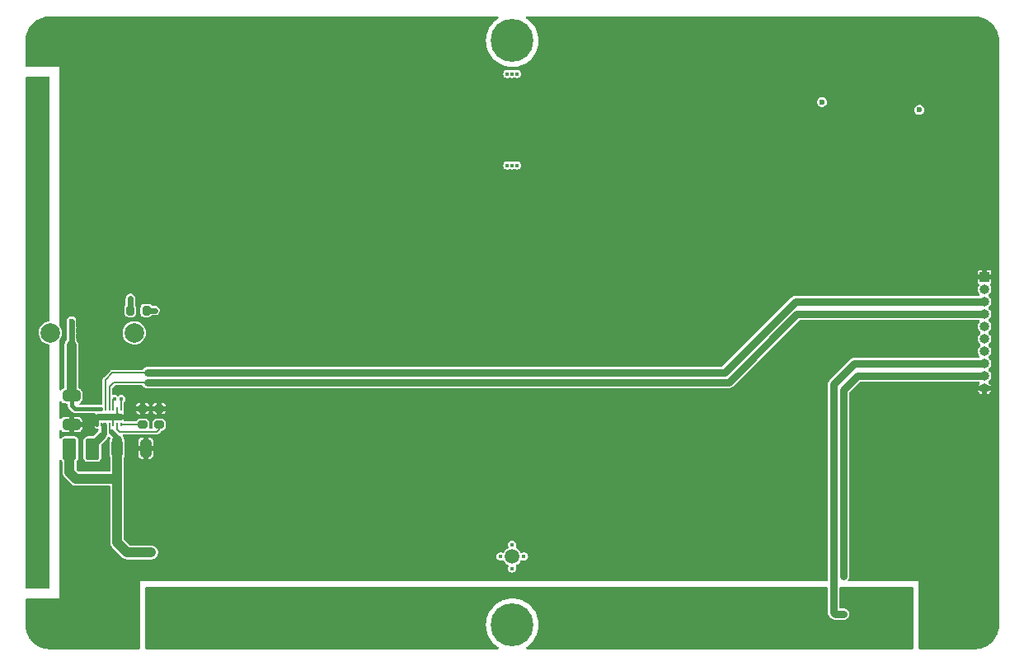
<source format=gbr>
%TF.GenerationSoftware,KiCad,Pcbnew,(5.99.0-11593-g5155093ec0)*%
%TF.CreationDate,2021-08-09T21:00:43+02:00*%
%TF.ProjectId,flatlight_rev21_ledside,666c6174-6c69-4676-9874-5f7265763231,rev?*%
%TF.SameCoordinates,Original*%
%TF.FileFunction,Copper,L4,Bot*%
%TF.FilePolarity,Positive*%
%FSLAX46Y46*%
G04 Gerber Fmt 4.6, Leading zero omitted, Abs format (unit mm)*
G04 Created by KiCad (PCBNEW (5.99.0-11593-g5155093ec0)) date 2021-08-09 21:00:43*
%MOMM*%
%LPD*%
G01*
G04 APERTURE LIST*
G04 Aperture macros list*
%AMRoundRect*
0 Rectangle with rounded corners*
0 $1 Rounding radius*
0 $2 $3 $4 $5 $6 $7 $8 $9 X,Y pos of 4 corners*
0 Add a 4 corners polygon primitive as box body*
4,1,4,$2,$3,$4,$5,$6,$7,$8,$9,$2,$3,0*
0 Add four circle primitives for the rounded corners*
1,1,$1+$1,$2,$3*
1,1,$1+$1,$4,$5*
1,1,$1+$1,$6,$7*
1,1,$1+$1,$8,$9*
0 Add four rect primitives between the rounded corners*
20,1,$1+$1,$2,$3,$4,$5,0*
20,1,$1+$1,$4,$5,$6,$7,0*
20,1,$1+$1,$6,$7,$8,$9,0*
20,1,$1+$1,$8,$9,$2,$3,0*%
G04 Aperture macros list end*
%TA.AperFunction,ComponentPad*%
%ADD10C,0.700000*%
%TD*%
%TA.AperFunction,ComponentPad*%
%ADD11C,4.400000*%
%TD*%
%TA.AperFunction,ComponentPad*%
%ADD12C,1.500000*%
%TD*%
%TA.AperFunction,WasherPad*%
%ADD13C,2.000000*%
%TD*%
%TA.AperFunction,SMDPad,CuDef*%
%ADD14RoundRect,0.250000X0.650000X-0.325000X0.650000X0.325000X-0.650000X0.325000X-0.650000X-0.325000X0*%
%TD*%
%TA.AperFunction,SMDPad,CuDef*%
%ADD15RoundRect,0.200000X0.200000X0.275000X-0.200000X0.275000X-0.200000X-0.275000X0.200000X-0.275000X0*%
%TD*%
%TA.AperFunction,SMDPad,CuDef*%
%ADD16R,0.200000X0.400000*%
%TD*%
%TA.AperFunction,SMDPad,CuDef*%
%ADD17R,2.500000X0.800000*%
%TD*%
%TA.AperFunction,ComponentPad*%
%ADD18R,1.000000X1.000000*%
%TD*%
%TA.AperFunction,ComponentPad*%
%ADD19O,1.000000X1.000000*%
%TD*%
%TA.AperFunction,SMDPad,CuDef*%
%ADD20RoundRect,0.200000X-0.275000X0.200000X-0.275000X-0.200000X0.275000X-0.200000X0.275000X0.200000X0*%
%TD*%
%TA.AperFunction,SMDPad,CuDef*%
%ADD21RoundRect,0.250001X-0.462499X-0.849999X0.462499X-0.849999X0.462499X0.849999X-0.462499X0.849999X0*%
%TD*%
%TA.AperFunction,SMDPad,CuDef*%
%ADD22RoundRect,0.250000X0.325000X0.650000X-0.325000X0.650000X-0.325000X-0.650000X0.325000X-0.650000X0*%
%TD*%
%TA.AperFunction,ViaPad*%
%ADD23C,0.600000*%
%TD*%
%TA.AperFunction,ViaPad*%
%ADD24C,0.450000*%
%TD*%
%TA.AperFunction,ViaPad*%
%ADD25C,1.000000*%
%TD*%
%TA.AperFunction,Conductor*%
%ADD26C,0.600000*%
%TD*%
%TA.AperFunction,Conductor*%
%ADD27C,0.400000*%
%TD*%
%TA.AperFunction,Conductor*%
%ADD28C,0.200000*%
%TD*%
%TA.AperFunction,Conductor*%
%ADD29C,0.800000*%
%TD*%
%TA.AperFunction,Conductor*%
%ADD30C,1.000000*%
%TD*%
G04 APERTURE END LIST*
D10*
%TO.P,H18,1,1*%
%TO.N,GND*%
X254350000Y-29300000D03*
X252700000Y-30950000D03*
X251050000Y-29300000D03*
X252700000Y-27650000D03*
D11*
X252700000Y-29300000D03*
D10*
X251533274Y-30466726D03*
X253866726Y-30466726D03*
X251533274Y-28133274D03*
X253866726Y-28133274D03*
%TD*%
D12*
%TO.P,H7,1,1*%
%TO.N,LS_SYS*%
X205200000Y-82300000D03*
%TD*%
D10*
%TO.P,H16,1,1*%
%TO.N,LS_SYS*%
X206366726Y-88133274D03*
X203550000Y-89300000D03*
X206366726Y-90466726D03*
X205200000Y-90950000D03*
D11*
X205200000Y-89300000D03*
D10*
X206850000Y-89300000D03*
X204033274Y-88133274D03*
X205200000Y-87650000D03*
X204033274Y-90466726D03*
%TD*%
D12*
%TO.P,H14,1,1*%
%TO.N,GND*%
X186475000Y-59675000D03*
%TD*%
D13*
%TO.P,lense1,*%
%TO.N,*%
X166375000Y-59300000D03*
X157775000Y-59300000D03*
%TD*%
D10*
%TO.P,H19,1,1*%
%TO.N,GND*%
X251533274Y-90466726D03*
X251533274Y-88133274D03*
X253866726Y-88133274D03*
X254350000Y-89300000D03*
D11*
X252700000Y-89300000D03*
D10*
X253866726Y-90466726D03*
X251050000Y-89300000D03*
X252700000Y-90950000D03*
X252700000Y-87650000D03*
%TD*%
%TO.P,H20,1,1*%
%TO.N,GND*%
X157700000Y-90950000D03*
X159350000Y-89300000D03*
D11*
X157700000Y-89300000D03*
D10*
X156050000Y-89300000D03*
X158866726Y-90466726D03*
X156533274Y-90466726D03*
X157700000Y-87650000D03*
X156533274Y-88133274D03*
X158866726Y-88133274D03*
%TD*%
%TO.P,H17,1,1*%
%TO.N,GND*%
X157700000Y-27650000D03*
X156533274Y-28133274D03*
X159350000Y-29300000D03*
X157700000Y-30950000D03*
X158866726Y-30466726D03*
X156050000Y-29300000D03*
D11*
X157700000Y-29300000D03*
D10*
X158866726Y-28133274D03*
X156533274Y-30466726D03*
%TD*%
%TO.P,H15,1,1*%
%TO.N,LS_SYS*%
X204033274Y-28133274D03*
X205200000Y-27650000D03*
X206366726Y-30466726D03*
X203550000Y-29300000D03*
X205200000Y-30950000D03*
X206366726Y-28133274D03*
X206850000Y-29300000D03*
X204033274Y-30466726D03*
D11*
X205200000Y-29300000D03*
%TD*%
D14*
%TO.P,C47,1*%
%TO.N,GND*%
X159925000Y-68725000D03*
%TO.P,C47,2*%
%TO.N,Net-(C47-Pad2)*%
X159925000Y-65775000D03*
%TD*%
D15*
%TO.P,R27,1*%
%TO.N,+3V3*%
X167625000Y-57000000D03*
%TO.P,R27,2*%
%TO.N,LS_XP_LED_NTC*%
X165975000Y-57000000D03*
%TD*%
D16*
%TO.P,U7,1,RSETM*%
%TO.N,Net-(R30-Pad2)*%
X165025000Y-68725000D03*
%TO.P,U7,2,RSETF*%
%TO.N,Net-(R31-Pad2)*%
X164625000Y-68725000D03*
%TO.P,U7,3,AGND*%
%TO.N,GND*%
X164225000Y-68725000D03*
%TO.P,U7,4,VIN*%
%TO.N,LS_SYS*%
X163825000Y-68725000D03*
%TO.P,U7,5,SW*%
%TO.N,Net-(L4-Pad2)*%
X163425000Y-68725000D03*
%TO.P,U7,6,SW*%
X163025000Y-68725000D03*
%TO.P,U7,7,PGND*%
%TO.N,GND*%
X162625000Y-68725000D03*
%TO.P,U7,8,VOUT*%
%TO.N,Net-(C47-Pad2)*%
X162625000Y-67125000D03*
%TO.P,U7,9,VOUT*%
X163025000Y-67125000D03*
%TO.P,U7,10,ENF*%
%TO.N,LS_FLASH_EN*%
X163425000Y-67125000D03*
%TO.P,U7,11,ENM*%
%TO.N,LS_TORCH_EN*%
X163825000Y-67125000D03*
%TO.P,U7,12,D1*%
%TO.N,Net-(D35-Pad1)*%
X164225000Y-67125000D03*
%TO.P,U7,13,AGND*%
%TO.N,GND*%
X164625000Y-67125000D03*
%TO.P,U7,14,D2*%
%TO.N,Net-(D35-Pad1)*%
X165025000Y-67125000D03*
D17*
%TO.P,U7,15,AGND*%
%TO.N,GND*%
X163825000Y-67925000D03*
%TD*%
D18*
%TO.P,J4,1,Pin_1*%
%TO.N,GND*%
X253700000Y-53575000D03*
D19*
%TO.P,J4,2,Pin_2*%
%TO.N,LS_LED_PWM*%
X253700000Y-54845000D03*
%TO.P,J4,3,Pin_3*%
%TO.N,LS_FLASH_EN*%
X253700000Y-56115000D03*
%TO.P,J4,4,Pin_4*%
%TO.N,LS_TORCH_EN*%
X253700000Y-57385000D03*
%TO.P,J4,5,Pin_5*%
%TO.N,LS_WS_LDAT*%
X253700000Y-58655000D03*
%TO.P,J4,6,Pin_6*%
%TO.N,LS_WS_POWER*%
X253700000Y-59925000D03*
%TO.P,J4,7,Pin_7*%
%TO.N,LS_XP_LED_NTC*%
X253700000Y-61195000D03*
%TO.P,J4,8,Pin_8*%
%TO.N,LS_JS_LED_NTC*%
X253700000Y-62465000D03*
%TO.P,J4,9,Pin_9*%
%TO.N,+3V3*%
X253700000Y-63735000D03*
%TO.P,J4,10,Pin_10*%
%TO.N,GND*%
X253700000Y-65005000D03*
%TD*%
D20*
%TO.P,R31,1*%
%TO.N,GND*%
X168925000Y-67075000D03*
%TO.P,R31,2*%
%TO.N,Net-(R31-Pad2)*%
X168925000Y-68725000D03*
%TD*%
%TO.P,R30,1*%
%TO.N,GND*%
X167225000Y-67075000D03*
%TO.P,R30,2*%
%TO.N,Net-(R30-Pad2)*%
X167225000Y-68725000D03*
%TD*%
D21*
%TO.P,L4,1*%
%TO.N,LS_SYS*%
X159737500Y-71250000D03*
%TO.P,L4,2*%
%TO.N,Net-(L4-Pad2)*%
X162062500Y-71250000D03*
%TD*%
D22*
%TO.P,C46,1*%
%TO.N,GND*%
X167575000Y-71150000D03*
%TO.P,C46,2*%
%TO.N,LS_SYS*%
X164625000Y-71150000D03*
%TD*%
D23*
%TO.N,GND*%
X175450000Y-27550000D03*
X254450000Y-68250000D03*
X254000000Y-48800000D03*
X254500000Y-50300000D03*
X162000000Y-90550000D03*
X209400000Y-28050000D03*
X253950000Y-75750000D03*
X253950000Y-84750000D03*
X243850000Y-27550000D03*
X227350000Y-28050000D03*
X236350000Y-28050000D03*
X253950000Y-78750000D03*
X242350000Y-28050000D03*
X170950000Y-28050000D03*
X225850000Y-27550000D03*
X167950000Y-28050000D03*
D24*
X162575000Y-67925000D03*
D23*
X164950000Y-28050000D03*
X254500000Y-35300000D03*
X197950000Y-28050000D03*
X230350000Y-28050000D03*
X228850000Y-27550000D03*
X253950000Y-69750000D03*
X188950000Y-28050000D03*
X187450000Y-27550000D03*
X254500000Y-38300000D03*
X254500000Y-41300000D03*
X163450000Y-27550000D03*
X190450000Y-27550000D03*
X245350000Y-28050000D03*
X196450000Y-27550000D03*
X254000000Y-45750000D03*
X163500000Y-91050000D03*
D24*
X168700000Y-71150000D03*
D23*
X254000000Y-33800000D03*
X254450000Y-86200000D03*
X200950000Y-28050000D03*
X212350000Y-28050000D03*
X213850000Y-27550000D03*
X160500000Y-27550000D03*
X234850000Y-27550000D03*
X166450000Y-27550000D03*
X253950000Y-72750000D03*
X181450000Y-27550000D03*
X248350000Y-28050000D03*
X254000000Y-51800000D03*
D24*
X166575000Y-71150000D03*
D23*
X254500000Y-44300000D03*
X254450000Y-77250000D03*
D24*
X162100000Y-67925000D03*
D23*
X224350000Y-28050000D03*
X215350000Y-28050000D03*
X254450000Y-80250000D03*
X231850000Y-27550000D03*
X254000000Y-36800000D03*
X199450000Y-27550000D03*
X250100000Y-91050000D03*
X246850000Y-27550000D03*
X254500000Y-47300000D03*
X182950000Y-28050000D03*
X178450000Y-27550000D03*
X169450000Y-27550000D03*
X254000000Y-42800000D03*
X172450000Y-27550000D03*
X233350000Y-28050000D03*
D24*
X165550000Y-67950000D03*
D23*
X179950000Y-28050000D03*
X194950000Y-28050000D03*
X254450000Y-83250000D03*
X176950000Y-28050000D03*
X240850000Y-27550000D03*
D24*
X165075000Y-67950000D03*
D23*
X254450000Y-71250000D03*
X248800000Y-90550000D03*
X210850000Y-27550000D03*
X254500000Y-32300000D03*
X219850000Y-27550000D03*
X239350000Y-28050000D03*
X173950000Y-28050000D03*
X249850000Y-27550000D03*
X237850000Y-27550000D03*
X218350000Y-28050000D03*
X216850000Y-27550000D03*
X166500000Y-91050000D03*
X254450000Y-74250000D03*
X184450000Y-27550000D03*
X253950000Y-81750000D03*
X221350000Y-28050000D03*
X160500000Y-91050000D03*
X253950000Y-66750000D03*
X222850000Y-27550000D03*
X254000000Y-39800000D03*
X191950000Y-28050000D03*
X247425000Y-91050000D03*
X185950000Y-28050000D03*
D24*
X163825000Y-67925000D03*
D23*
X165000000Y-90550000D03*
X161950000Y-28050000D03*
X193450000Y-27550000D03*
%TO.N,+3V3*%
X239200000Y-84300000D03*
D24*
X168500000Y-57000000D03*
%TO.N,LS_SYS*%
X205700000Y-32700000D03*
X205200000Y-32700000D03*
X205700000Y-42100000D03*
X204000000Y-82300000D03*
X205200000Y-83500000D03*
X204700000Y-42100000D03*
X205200000Y-81100000D03*
D25*
X168125000Y-81875000D03*
D24*
X206400000Y-82300000D03*
X205200000Y-42100000D03*
X204700000Y-32700000D03*
D23*
%TO.N,Net-(C47-Pad2)*%
X159925000Y-59350000D03*
X159925000Y-60600000D03*
X159925000Y-58725000D03*
X159925000Y-59975000D03*
X159925000Y-58100000D03*
%TO.N,LS_WS_LDAT*%
X237000000Y-35600000D03*
D24*
%TO.N,Net-(D35-Pad1)*%
X165025000Y-66125000D03*
X164350000Y-66125000D03*
D23*
%TO.N,LS_JS_LED_NTC*%
X239200000Y-88200000D03*
D24*
%TO.N,LS_XP_LED_NTC*%
X166000000Y-55800000D03*
D23*
%TO.N,LS_WS_POWER*%
X247000000Y-36400000D03*
%TO.N,LS_PWM_PWR*%
X225200000Y-90550000D03*
X201000000Y-90550000D03*
X238700000Y-91050000D03*
X234200000Y-90550000D03*
X196500000Y-91050000D03*
X177000000Y-90550000D03*
X192000000Y-90550000D03*
X214700000Y-91050000D03*
X211700000Y-91050000D03*
X228200000Y-90550000D03*
X223700000Y-91050000D03*
X208700000Y-91050000D03*
X231200000Y-90550000D03*
X183000000Y-90550000D03*
X181500000Y-91050000D03*
X174000000Y-90550000D03*
X222200000Y-90550000D03*
X235700000Y-91050000D03*
X190500000Y-91050000D03*
X189000000Y-90550000D03*
X195000000Y-90550000D03*
X232700000Y-91050000D03*
X169500000Y-91050000D03*
X237200000Y-90550000D03*
X180000000Y-90550000D03*
X199500000Y-91050000D03*
X172500000Y-91050000D03*
X210200000Y-90550000D03*
X241700000Y-91050000D03*
X217700000Y-91050000D03*
X193500000Y-91050000D03*
X229700000Y-91050000D03*
X187500000Y-91050000D03*
X168000000Y-90550000D03*
X175500000Y-91050000D03*
X198000000Y-90550000D03*
X243200000Y-90550000D03*
X244650000Y-91050000D03*
X216200000Y-90550000D03*
X213200000Y-90550000D03*
X240200000Y-90550000D03*
X219200000Y-90550000D03*
X184500000Y-91050000D03*
X171000000Y-90550000D03*
X186000000Y-90550000D03*
X178500000Y-91050000D03*
X220700000Y-91050000D03*
X226700000Y-91050000D03*
D25*
%TO.N,PAD*%
X156450000Y-68300000D03*
X155950000Y-48800000D03*
X156450000Y-77300000D03*
X156450000Y-62300000D03*
X155950000Y-42800000D03*
X155950000Y-66800000D03*
X155950000Y-51800000D03*
X156450000Y-83300000D03*
X155950000Y-39800000D03*
X156450000Y-80300000D03*
X155950000Y-84800000D03*
X156450000Y-56300000D03*
X155950000Y-33800000D03*
X155950000Y-72800000D03*
X156450000Y-65300000D03*
X156450000Y-50300000D03*
X156450000Y-44300000D03*
X156450000Y-41300000D03*
X155950000Y-75800000D03*
X156450000Y-38300000D03*
X155950000Y-36800000D03*
X155950000Y-60800000D03*
X155950000Y-63800000D03*
X155950000Y-81800000D03*
X156450000Y-53300000D03*
X156450000Y-71300000D03*
X155950000Y-57800000D03*
X155950000Y-54800000D03*
X155950000Y-78800000D03*
X155950000Y-45800000D03*
X155950000Y-69800000D03*
X156450000Y-35300000D03*
X156450000Y-47300000D03*
X156450000Y-74300000D03*
%TD*%
D26*
%TO.N,LS_XP_LED_NTC*%
X166000000Y-55800000D02*
X166000000Y-56975000D01*
X166000000Y-56975000D02*
X165975000Y-57000000D01*
%TO.N,+3V3*%
X168500000Y-57000000D02*
X167625000Y-57000000D01*
D27*
%TO.N,GND*%
X162525000Y-68725000D02*
X162525000Y-68225978D01*
D28*
X164625000Y-67500000D02*
X164625000Y-67125000D01*
X164225000Y-68725000D02*
X164225000Y-68325000D01*
X165075000Y-67950000D02*
X164625000Y-67500000D01*
D29*
%TO.N,+3V3*%
X239200000Y-65200000D02*
X239200000Y-84300000D01*
X253700000Y-63735000D02*
X240665000Y-63735000D01*
X240665000Y-63735000D02*
X239200000Y-65200000D01*
D30*
%TO.N,LS_SYS*%
X164625000Y-70350000D02*
X164625000Y-71150000D01*
X165675000Y-81875000D02*
X168125000Y-81875000D01*
X159737500Y-73662500D02*
X160350000Y-74275000D01*
X159737500Y-71250000D02*
X159737500Y-73662500D01*
X160350000Y-74275000D02*
X164350000Y-74275000D01*
X164625000Y-80825000D02*
X165675000Y-81875000D01*
D26*
X164025000Y-69475000D02*
X164825000Y-70275000D01*
D28*
X163825000Y-68725000D02*
X163825000Y-69500000D01*
D30*
X164625000Y-71150000D02*
X164625000Y-80825000D01*
D26*
%TO.N,Net-(C47-Pad2)*%
X159925000Y-58112500D02*
X159925000Y-63287500D01*
D30*
X159925000Y-60600000D02*
X159925000Y-65775000D01*
D27*
X160300000Y-67125000D02*
X159925000Y-66750000D01*
X162925000Y-67125000D02*
X160300000Y-67125000D01*
X159925000Y-66750000D02*
X159925000Y-65775000D01*
D28*
%TO.N,Net-(D35-Pad1)*%
X165025000Y-67125000D02*
X165025000Y-66125000D01*
X164225000Y-67125000D02*
X164225000Y-66125000D01*
D29*
%TO.N,LS_JS_LED_NTC*%
X238200000Y-64600000D02*
X240335000Y-62465000D01*
X239200000Y-88200000D02*
X238400000Y-88200000D01*
X238200000Y-88000000D02*
X238200000Y-64600000D01*
X238400000Y-88200000D02*
X238200000Y-88000000D01*
X240335000Y-62465000D02*
X253700000Y-62465000D01*
D28*
%TO.N,LS_TORCH_EN*%
X163825000Y-64850000D02*
X164275000Y-64400000D01*
D29*
X167750000Y-64400000D02*
X227400000Y-64400000D01*
D28*
X163825000Y-67125000D02*
X163825000Y-64850000D01*
D29*
X227400000Y-64400000D02*
X234415000Y-57385000D01*
X234415000Y-57385000D02*
X253700000Y-57385000D01*
D28*
X164275000Y-64400000D02*
X167750000Y-64400000D01*
D29*
%TO.N,LS_FLASH_EN*%
X167775000Y-63400000D02*
X226986466Y-63400000D01*
D28*
X163425000Y-64125000D02*
X163425000Y-67125000D01*
X167775000Y-63400000D02*
X164150000Y-63400000D01*
D29*
X234271466Y-56115000D02*
X253700000Y-56115000D01*
D28*
X164150000Y-63400000D02*
X163425000Y-64125000D01*
D29*
X226986466Y-63400000D02*
X234271466Y-56115000D01*
D28*
%TO.N,Net-(L4-Pad2)*%
X162050000Y-70575000D02*
X162050000Y-71237500D01*
D26*
X163225000Y-68850000D02*
X163225000Y-69687500D01*
D29*
X163112500Y-69787500D02*
X162137500Y-70762500D01*
D28*
X162050000Y-71237500D02*
X162062500Y-71250000D01*
%TO.N,Net-(R30-Pad2)*%
X165025000Y-68725000D02*
X167225000Y-68725000D01*
%TO.N,Net-(R31-Pad2)*%
X168925000Y-69225000D02*
X168925000Y-68725000D01*
X168700000Y-69450000D02*
X168925000Y-69225000D01*
X164625000Y-68725000D02*
X164625000Y-69225000D01*
X164850000Y-69450000D02*
X168700000Y-69450000D01*
X164625000Y-69225000D02*
X164850000Y-69450000D01*
%TD*%
%TA.AperFunction,Conductor*%
%TO.N,PAD*%
G36*
X157642121Y-33020002D02*
G01*
X157688614Y-33073658D01*
X157700000Y-33126000D01*
X157700000Y-57988511D01*
X157679998Y-58056632D01*
X157626342Y-58103125D01*
X157595338Y-58112691D01*
X157468654Y-58134459D01*
X157468653Y-58134459D01*
X157462957Y-58135438D01*
X157255957Y-58211804D01*
X157066341Y-58324614D01*
X156900457Y-58470090D01*
X156763863Y-58643360D01*
X156661131Y-58838620D01*
X156595703Y-59049333D01*
X156569770Y-59268440D01*
X156584200Y-59488604D01*
X156585621Y-59494200D01*
X156585622Y-59494205D01*
X156637090Y-59696857D01*
X156638511Y-59702452D01*
X156730883Y-59902821D01*
X156858222Y-60083002D01*
X157016264Y-60236961D01*
X157021060Y-60240166D01*
X157021063Y-60240168D01*
X157167226Y-60337830D01*
X157199717Y-60359540D01*
X157205020Y-60361818D01*
X157205023Y-60361820D01*
X157297172Y-60401410D01*
X157402436Y-60446635D01*
X157601809Y-60491749D01*
X157663834Y-60526291D01*
X157697339Y-60588884D01*
X157700000Y-60614641D01*
X157700000Y-85474000D01*
X157679998Y-85542121D01*
X157626342Y-85588614D01*
X157574000Y-85600000D01*
X155326000Y-85600000D01*
X155257879Y-85579998D01*
X155211386Y-85526342D01*
X155200000Y-85474000D01*
X155200000Y-33126000D01*
X155220002Y-33057879D01*
X155273658Y-33011386D01*
X155326000Y-33000000D01*
X157574000Y-33000000D01*
X157642121Y-33020002D01*
G37*
%TD.AperFunction*%
%TD*%
%TA.AperFunction,Conductor*%
%TO.N,GND*%
G36*
X253139851Y-58005502D02*
G01*
X253186344Y-58059158D01*
X253196448Y-58129432D01*
X253174817Y-58183951D01*
X253078113Y-58321547D01*
X253016524Y-58479513D01*
X253015532Y-58487046D01*
X253015532Y-58487047D01*
X252995551Y-58638824D01*
X252994394Y-58647611D01*
X253012999Y-58816135D01*
X253071266Y-58975356D01*
X253075502Y-58981659D01*
X253075502Y-58981660D01*
X253088574Y-59001113D01*
X253165830Y-59116083D01*
X253171446Y-59121193D01*
X253254958Y-59197184D01*
X253291880Y-59257824D01*
X253290157Y-59328800D01*
X253252987Y-59385326D01*
X253175604Y-59452831D01*
X253150462Y-59488604D01*
X253089224Y-59575738D01*
X253078113Y-59591547D01*
X253016524Y-59749513D01*
X253015532Y-59757046D01*
X253015532Y-59757047D01*
X252997032Y-59897576D01*
X252994394Y-59917611D01*
X253012999Y-60086135D01*
X253071266Y-60245356D01*
X253075502Y-60251659D01*
X253075502Y-60251660D01*
X253085506Y-60266547D01*
X253165830Y-60386083D01*
X253171446Y-60391193D01*
X253254958Y-60467184D01*
X253291880Y-60527824D01*
X253290157Y-60598800D01*
X253252987Y-60655326D01*
X253175604Y-60722831D01*
X253078113Y-60861547D01*
X253016524Y-61019513D01*
X252994394Y-61187611D01*
X253012999Y-61356135D01*
X253071266Y-61515356D01*
X253075502Y-61521659D01*
X253075502Y-61521660D01*
X253128090Y-61599919D01*
X253165830Y-61656083D01*
X253167945Y-61658007D01*
X253196479Y-61720805D01*
X253186242Y-61791060D01*
X253139648Y-61844627D01*
X253071728Y-61864500D01*
X240382619Y-61864500D01*
X240366173Y-61863422D01*
X240343188Y-61860396D01*
X240335000Y-61859318D01*
X240295639Y-61864500D01*
X240178238Y-61879956D01*
X240032159Y-61940464D01*
X239906718Y-62036718D01*
X239901695Y-62043264D01*
X239887571Y-62061671D01*
X239876703Y-62074062D01*
X237809062Y-64141703D01*
X237796672Y-64152570D01*
X237771718Y-64171718D01*
X237736411Y-64217731D01*
X237675464Y-64297159D01*
X237614956Y-64443238D01*
X237594318Y-64600000D01*
X237595396Y-64608188D01*
X237598422Y-64631173D01*
X237599500Y-64647619D01*
X237599500Y-84724000D01*
X237579498Y-84792121D01*
X237525842Y-84838614D01*
X237473500Y-84850000D01*
X167000000Y-84850000D01*
X167000000Y-91674000D01*
X166979998Y-91742121D01*
X166926342Y-91788614D01*
X166874000Y-91800000D01*
X157704122Y-91800000D01*
X157695881Y-91799730D01*
X157681734Y-91798803D01*
X157393000Y-91779878D01*
X157378542Y-91778086D01*
X157284142Y-91760786D01*
X157282291Y-91760433D01*
X157083036Y-91720799D01*
X157070139Y-91717517D01*
X156959093Y-91682913D01*
X156956180Y-91681965D01*
X156856846Y-91648246D01*
X156782912Y-91623148D01*
X156771703Y-91618735D01*
X156766658Y-91616464D01*
X156658200Y-91567651D01*
X156654254Y-91565791D01*
X156497376Y-91488427D01*
X156487932Y-91483257D01*
X156377988Y-91416794D01*
X156373248Y-91413780D01*
X156230923Y-91318681D01*
X156223220Y-91313102D01*
X156181982Y-91280795D01*
X156120598Y-91232703D01*
X156115246Y-91228265D01*
X155987751Y-91116454D01*
X155981734Y-91110818D01*
X155889182Y-91018266D01*
X155883546Y-91012249D01*
X155771735Y-90884754D01*
X155767297Y-90879402D01*
X155687518Y-90777572D01*
X155686898Y-90776780D01*
X155681319Y-90769077D01*
X155586220Y-90626752D01*
X155583206Y-90622012D01*
X155516743Y-90512068D01*
X155511570Y-90502619D01*
X155434220Y-90345769D01*
X155432349Y-90341800D01*
X155381265Y-90228297D01*
X155376852Y-90217088D01*
X155351754Y-90143154D01*
X155318035Y-90043820D01*
X155317087Y-90040907D01*
X155282483Y-89929861D01*
X155279200Y-89916960D01*
X155239571Y-89717729D01*
X155239214Y-89715860D01*
X155221915Y-89621463D01*
X155220121Y-89606992D01*
X155200270Y-89304119D01*
X155200000Y-89295878D01*
X155200000Y-86726000D01*
X155220002Y-86657879D01*
X155273658Y-86611386D01*
X155326000Y-86600000D01*
X158700000Y-86600000D01*
X158700000Y-72462486D01*
X158720002Y-72394365D01*
X158773658Y-72347872D01*
X158843932Y-72337768D01*
X158908512Y-72367262D01*
X158927351Y-72387627D01*
X158952850Y-72422150D01*
X158985861Y-72446532D01*
X159028770Y-72503092D01*
X159037000Y-72547882D01*
X159037000Y-73633859D01*
X159036708Y-73642429D01*
X159032822Y-73699430D01*
X159034127Y-73706906D01*
X159034127Y-73706909D01*
X159043678Y-73761632D01*
X159044641Y-73768158D01*
X159052224Y-73830820D01*
X159054909Y-73837927D01*
X159055718Y-73841220D01*
X159059677Y-73855691D01*
X159060666Y-73858967D01*
X159061973Y-73866454D01*
X159065028Y-73873413D01*
X159065028Y-73873414D01*
X159087347Y-73924260D01*
X159089839Y-73930366D01*
X159112155Y-73989423D01*
X159116454Y-73995678D01*
X159118035Y-73998703D01*
X159125325Y-74011799D01*
X159127066Y-74014743D01*
X159130121Y-74021702D01*
X159134746Y-74027730D01*
X159134747Y-74027731D01*
X159168542Y-74071773D01*
X159172419Y-74077109D01*
X159203881Y-74122886D01*
X159203886Y-74122892D01*
X159208188Y-74129151D01*
X159213862Y-74134206D01*
X159254148Y-74170100D01*
X159259425Y-74175081D01*
X159834424Y-74750081D01*
X159840277Y-74756347D01*
X159858847Y-74777634D01*
X159877831Y-74799396D01*
X159929473Y-74835690D01*
X159934758Y-74839616D01*
X159978476Y-74873895D01*
X159978480Y-74873897D01*
X159984457Y-74878584D01*
X159991380Y-74881710D01*
X159994328Y-74883495D01*
X160007288Y-74890887D01*
X160010334Y-74892520D01*
X160016547Y-74896887D01*
X160075366Y-74919820D01*
X160081445Y-74922375D01*
X160138984Y-74948355D01*
X160146455Y-74949740D01*
X160149723Y-74950764D01*
X160164164Y-74954877D01*
X160167437Y-74955717D01*
X160174513Y-74958476D01*
X160219183Y-74964356D01*
X160237106Y-74966716D01*
X160243623Y-74967748D01*
X160285035Y-74975423D01*
X160305692Y-74979252D01*
X160313272Y-74978815D01*
X160313273Y-74978815D01*
X160367144Y-74975709D01*
X160374396Y-74975500D01*
X163798500Y-74975500D01*
X163866621Y-74995502D01*
X163913114Y-75049158D01*
X163924500Y-75101500D01*
X163924500Y-80796359D01*
X163924208Y-80804929D01*
X163921355Y-80846780D01*
X163920322Y-80861930D01*
X163921627Y-80869406D01*
X163921627Y-80869409D01*
X163931178Y-80924132D01*
X163932141Y-80930658D01*
X163939724Y-80993320D01*
X163942409Y-81000427D01*
X163943218Y-81003720D01*
X163947177Y-81018191D01*
X163948166Y-81021467D01*
X163949473Y-81028954D01*
X163952528Y-81035913D01*
X163952528Y-81035914D01*
X163974847Y-81086760D01*
X163977339Y-81092866D01*
X163999655Y-81151923D01*
X164003954Y-81158178D01*
X164005535Y-81161203D01*
X164012825Y-81174299D01*
X164014566Y-81177243D01*
X164017621Y-81184202D01*
X164022246Y-81190230D01*
X164022247Y-81190231D01*
X164056042Y-81234273D01*
X164059919Y-81239609D01*
X164091381Y-81285386D01*
X164091386Y-81285392D01*
X164095688Y-81291651D01*
X164101362Y-81296706D01*
X164141657Y-81332608D01*
X164146933Y-81337589D01*
X165159411Y-82350067D01*
X165165264Y-82356332D01*
X165202831Y-82399396D01*
X165209042Y-82403761D01*
X165209045Y-82403764D01*
X165254493Y-82435705D01*
X165259788Y-82439638D01*
X165309457Y-82478583D01*
X165316384Y-82481711D01*
X165319315Y-82483486D01*
X165332318Y-82490903D01*
X165335332Y-82492519D01*
X165341547Y-82496887D01*
X165348623Y-82499646D01*
X165348627Y-82499648D01*
X165400364Y-82519819D01*
X165406445Y-82522375D01*
X165455198Y-82544388D01*
X165463984Y-82548355D01*
X165471450Y-82549739D01*
X165474699Y-82550757D01*
X165489164Y-82554877D01*
X165492437Y-82555717D01*
X165499513Y-82558476D01*
X165544183Y-82564356D01*
X165562106Y-82566716D01*
X165568623Y-82567748D01*
X165608199Y-82575083D01*
X165630692Y-82579252D01*
X165638272Y-82578815D01*
X165638273Y-82578815D01*
X165692144Y-82575709D01*
X165699396Y-82575500D01*
X168116379Y-82575500D01*
X168118358Y-82575516D01*
X168191161Y-82576660D01*
X168191164Y-82576660D01*
X168198760Y-82576779D01*
X168239182Y-82567521D01*
X168252144Y-82565259D01*
X168293320Y-82560276D01*
X168319913Y-82550227D01*
X168336318Y-82545275D01*
X168364029Y-82538928D01*
X168401065Y-82520300D01*
X168413144Y-82514998D01*
X168416063Y-82513895D01*
X168451923Y-82500345D01*
X168458180Y-82496044D01*
X168458183Y-82496043D01*
X168475351Y-82484244D01*
X168490099Y-82475521D01*
X168515498Y-82462747D01*
X168521271Y-82457816D01*
X168521276Y-82457813D01*
X168547023Y-82435823D01*
X168557485Y-82427795D01*
X168585386Y-82408619D01*
X168585392Y-82408614D01*
X168591651Y-82404312D01*
X168610562Y-82383087D01*
X168622807Y-82371096D01*
X168644423Y-82352634D01*
X168668609Y-82318974D01*
X168676856Y-82308680D01*
X168684590Y-82300000D01*
X203569196Y-82300000D01*
X203570747Y-82309793D01*
X203585631Y-82403764D01*
X203590281Y-82433126D01*
X203651472Y-82553220D01*
X203746780Y-82648528D01*
X203866874Y-82709719D01*
X203876663Y-82711269D01*
X203876665Y-82711270D01*
X203990207Y-82729253D01*
X204000000Y-82730804D01*
X204009793Y-82729253D01*
X204123335Y-82711270D01*
X204123337Y-82711269D01*
X204133126Y-82709719D01*
X204141962Y-82705217D01*
X204186656Y-82682445D01*
X204256433Y-82669341D01*
X204322217Y-82696042D01*
X204355923Y-82737115D01*
X204397176Y-82817385D01*
X204512959Y-82963468D01*
X204654912Y-83084279D01*
X204660290Y-83087285D01*
X204660292Y-83087286D01*
X204766507Y-83146647D01*
X204816213Y-83197340D01*
X204830621Y-83266859D01*
X204817304Y-83313837D01*
X204816825Y-83314778D01*
X204790281Y-83366874D01*
X204788731Y-83376663D01*
X204788730Y-83376665D01*
X204771946Y-83482634D01*
X204769196Y-83500000D01*
X204790281Y-83633126D01*
X204851472Y-83753220D01*
X204946780Y-83848528D01*
X205066874Y-83909719D01*
X205076663Y-83911269D01*
X205076665Y-83911270D01*
X205190207Y-83929253D01*
X205200000Y-83930804D01*
X205209793Y-83929253D01*
X205323335Y-83911270D01*
X205323337Y-83911269D01*
X205333126Y-83909719D01*
X205453220Y-83848528D01*
X205548528Y-83753220D01*
X205609719Y-83633126D01*
X205630804Y-83500000D01*
X205628054Y-83482634D01*
X205611270Y-83376665D01*
X205611269Y-83376663D01*
X205609719Y-83366874D01*
X205605217Y-83358038D01*
X205582467Y-83313387D01*
X205569363Y-83243610D01*
X205596064Y-83177826D01*
X205637923Y-83143719D01*
X205706268Y-83109195D01*
X205711768Y-83106417D01*
X205736255Y-83087286D01*
X205853794Y-82995454D01*
X205853795Y-82995453D01*
X205858655Y-82991656D01*
X205980454Y-82850550D01*
X205999295Y-82817385D01*
X206047318Y-82732848D01*
X206098357Y-82683498D01*
X206167975Y-82669575D01*
X206214076Y-82682818D01*
X206258038Y-82705217D01*
X206266874Y-82709719D01*
X206276663Y-82711269D01*
X206276665Y-82711270D01*
X206390207Y-82729253D01*
X206400000Y-82730804D01*
X206409793Y-82729253D01*
X206523335Y-82711270D01*
X206523337Y-82711269D01*
X206533126Y-82709719D01*
X206653220Y-82648528D01*
X206748528Y-82553220D01*
X206809719Y-82433126D01*
X206814370Y-82403764D01*
X206829253Y-82309793D01*
X206830804Y-82300000D01*
X206809719Y-82166874D01*
X206748528Y-82046780D01*
X206653220Y-81951472D01*
X206533126Y-81890281D01*
X206523337Y-81888731D01*
X206523335Y-81888730D01*
X206409793Y-81870747D01*
X206400000Y-81869196D01*
X206390207Y-81870747D01*
X206276665Y-81888730D01*
X206276663Y-81888731D01*
X206266874Y-81890281D01*
X206258039Y-81894783D01*
X206258038Y-81894783D01*
X206213401Y-81917526D01*
X206143624Y-81930630D01*
X206077840Y-81903929D01*
X206044948Y-81864413D01*
X205995522Y-81771456D01*
X205991632Y-81766686D01*
X205991629Y-81766682D01*
X205881605Y-81631780D01*
X205881602Y-81631777D01*
X205877710Y-81627005D01*
X205872056Y-81622327D01*
X205738834Y-81512116D01*
X205734085Y-81508187D01*
X205634862Y-81454537D01*
X205584453Y-81404542D01*
X205569076Y-81335230D01*
X205582525Y-81286497D01*
X205605218Y-81241961D01*
X205605219Y-81241957D01*
X205609719Y-81233126D01*
X205611710Y-81220560D01*
X205629253Y-81109793D01*
X205630804Y-81100000D01*
X205620654Y-81035914D01*
X205611270Y-80976665D01*
X205611269Y-80976663D01*
X205609719Y-80966874D01*
X205548528Y-80846780D01*
X205453220Y-80751472D01*
X205333126Y-80690281D01*
X205323337Y-80688731D01*
X205323335Y-80688730D01*
X205209793Y-80670747D01*
X205200000Y-80669196D01*
X205190207Y-80670747D01*
X205076665Y-80688730D01*
X205076663Y-80688731D01*
X205066874Y-80690281D01*
X204946780Y-80751472D01*
X204851472Y-80846780D01*
X204790281Y-80966874D01*
X204788731Y-80976663D01*
X204788730Y-80976665D01*
X204779346Y-81035914D01*
X204769196Y-81100000D01*
X204770747Y-81109793D01*
X204788291Y-81220560D01*
X204790281Y-81233126D01*
X204794781Y-81241957D01*
X204794782Y-81241961D01*
X204817552Y-81286648D01*
X204830657Y-81356425D01*
X204803958Y-81422210D01*
X204763661Y-81455514D01*
X204677023Y-81500807D01*
X204531752Y-81617608D01*
X204411935Y-81760401D01*
X204353971Y-81865837D01*
X204303627Y-81915894D01*
X204234210Y-81930788D01*
X204186354Y-81917402D01*
X204181585Y-81914972D01*
X204133126Y-81890281D01*
X204123337Y-81888731D01*
X204123335Y-81888730D01*
X204009793Y-81870747D01*
X204000000Y-81869196D01*
X203990207Y-81870747D01*
X203876665Y-81888730D01*
X203876663Y-81888731D01*
X203866874Y-81890281D01*
X203746780Y-81951472D01*
X203651472Y-82046780D01*
X203590281Y-82166874D01*
X203569196Y-82300000D01*
X168684590Y-82300000D01*
X168699392Y-82283387D01*
X168699393Y-82283385D01*
X168704440Y-82277721D01*
X168707993Y-82271011D01*
X168717747Y-82252590D01*
X168726773Y-82238032D01*
X168743361Y-82214947D01*
X168758823Y-82176484D01*
X168764376Y-82164521D01*
X168780221Y-82134595D01*
X168783776Y-82127881D01*
X168785628Y-82120510D01*
X168790704Y-82100304D01*
X168795999Y-82084007D01*
X168806601Y-82057634D01*
X168812443Y-82016589D01*
X168814982Y-82003650D01*
X168823229Y-81970815D01*
X168823229Y-81970814D01*
X168825081Y-81963441D01*
X168825230Y-81935013D01*
X168826485Y-81917920D01*
X168829909Y-81893862D01*
X168829909Y-81893859D01*
X168830490Y-81889778D01*
X168830645Y-81875000D01*
X168826707Y-81842461D01*
X168825797Y-81826671D01*
X168825860Y-81814778D01*
X168825969Y-81793895D01*
X168817303Y-81757797D01*
X168814735Y-81743523D01*
X168811189Y-81714222D01*
X168811189Y-81714220D01*
X168810276Y-81706680D01*
X168807590Y-81699571D01*
X168798692Y-81676022D01*
X168794040Y-81660901D01*
X168788161Y-81636416D01*
X168788160Y-81636414D01*
X168786388Y-81629032D01*
X168782908Y-81622290D01*
X168782906Y-81622284D01*
X168769366Y-81596051D01*
X168763466Y-81582801D01*
X168753028Y-81555178D01*
X168750345Y-81548077D01*
X168731781Y-81521067D01*
X168723654Y-81507487D01*
X168712111Y-81485123D01*
X168712111Y-81485122D01*
X168708625Y-81478369D01*
X168684227Y-81450401D01*
X168675336Y-81438939D01*
X168658614Y-81414608D01*
X168658613Y-81414606D01*
X168654312Y-81408349D01*
X168629841Y-81386546D01*
X168618716Y-81375304D01*
X168597169Y-81350604D01*
X168566795Y-81329257D01*
X168555433Y-81320251D01*
X168533394Y-81300614D01*
X168533392Y-81300612D01*
X168527721Y-81295560D01*
X168520338Y-81291651D01*
X168498759Y-81280225D01*
X168485270Y-81271959D01*
X168464666Y-81257479D01*
X168464663Y-81257477D01*
X168458453Y-81253113D01*
X168423875Y-81239631D01*
X168410687Y-81233593D01*
X168384596Y-81219778D01*
X168384586Y-81219774D01*
X168377881Y-81216224D01*
X168370519Y-81214375D01*
X168370517Y-81214374D01*
X168346096Y-81208240D01*
X168331027Y-81203431D01*
X168300487Y-81191524D01*
X168290666Y-81190231D01*
X168263688Y-81186679D01*
X168249441Y-81183961D01*
X168220814Y-81176771D01*
X168213441Y-81174919D01*
X168205842Y-81174879D01*
X168205840Y-81174879D01*
X168173766Y-81174711D01*
X168172413Y-81174663D01*
X168171174Y-81174500D01*
X168133719Y-81174500D01*
X168133059Y-81174498D01*
X168043895Y-81174031D01*
X168042391Y-81174392D01*
X168040519Y-81174500D01*
X166017347Y-81174500D01*
X165949226Y-81154498D01*
X165928252Y-81137595D01*
X165362405Y-80571748D01*
X165328379Y-80509436D01*
X165325500Y-80482653D01*
X165325500Y-72091408D01*
X165343642Y-72029620D01*
X165342631Y-72029085D01*
X165345254Y-72024130D01*
X165345502Y-72023287D01*
X165346358Y-72022045D01*
X165347039Y-72020759D01*
X165352634Y-72013184D01*
X165397519Y-71885369D01*
X165398251Y-71877631D01*
X165400221Y-71856782D01*
X165400500Y-71853834D01*
X165400500Y-71417548D01*
X166800001Y-71417548D01*
X166800001Y-71850804D01*
X166800280Y-71856725D01*
X166802256Y-71877631D01*
X166805521Y-71892516D01*
X166844694Y-72004064D01*
X166853406Y-72020520D01*
X166922616Y-72114221D01*
X166935779Y-72127384D01*
X167029480Y-72196594D01*
X167045936Y-72205306D01*
X167157479Y-72244477D01*
X167172373Y-72247745D01*
X167193281Y-72249721D01*
X167199192Y-72250000D01*
X167302885Y-72250000D01*
X167318124Y-72245525D01*
X167319329Y-72244135D01*
X167321000Y-72236452D01*
X167321000Y-71422115D01*
X167319659Y-71417548D01*
X167829000Y-71417548D01*
X167829000Y-72231884D01*
X167833475Y-72247123D01*
X167834865Y-72248328D01*
X167842548Y-72249999D01*
X167950804Y-72249999D01*
X167956725Y-72249720D01*
X167977631Y-72247744D01*
X167992516Y-72244479D01*
X168104064Y-72205306D01*
X168120520Y-72196594D01*
X168214221Y-72127384D01*
X168227384Y-72114221D01*
X168296594Y-72020520D01*
X168305306Y-72004064D01*
X168344477Y-71892521D01*
X168347745Y-71877627D01*
X168349721Y-71856719D01*
X168350000Y-71850808D01*
X168350000Y-71422115D01*
X168345525Y-71406876D01*
X168344135Y-71405671D01*
X168336452Y-71404000D01*
X167847115Y-71404000D01*
X167831876Y-71408475D01*
X167830671Y-71409865D01*
X167829000Y-71417548D01*
X167319659Y-71417548D01*
X167316525Y-71406876D01*
X167315135Y-71405671D01*
X167307452Y-71404000D01*
X166818116Y-71404000D01*
X166802877Y-71408475D01*
X166801672Y-71409865D01*
X166800001Y-71417548D01*
X165400500Y-71417548D01*
X165400500Y-70449192D01*
X166800000Y-70449192D01*
X166800000Y-70877885D01*
X166804475Y-70893124D01*
X166805865Y-70894329D01*
X166813548Y-70896000D01*
X167302885Y-70896000D01*
X167318124Y-70891525D01*
X167319329Y-70890135D01*
X167321000Y-70882452D01*
X167321000Y-70068116D01*
X167319659Y-70063548D01*
X167829000Y-70063548D01*
X167829000Y-70877885D01*
X167833475Y-70893124D01*
X167834865Y-70894329D01*
X167842548Y-70896000D01*
X168331884Y-70896000D01*
X168347123Y-70891525D01*
X168348328Y-70890135D01*
X168349999Y-70882452D01*
X168349999Y-70449196D01*
X168349720Y-70443275D01*
X168347744Y-70422369D01*
X168344479Y-70407484D01*
X168305306Y-70295936D01*
X168296594Y-70279480D01*
X168227384Y-70185779D01*
X168214221Y-70172616D01*
X168120520Y-70103406D01*
X168104064Y-70094694D01*
X167992521Y-70055523D01*
X167977627Y-70052255D01*
X167956719Y-70050279D01*
X167950808Y-70050000D01*
X167847115Y-70050000D01*
X167831876Y-70054475D01*
X167830671Y-70055865D01*
X167829000Y-70063548D01*
X167319659Y-70063548D01*
X167316525Y-70052877D01*
X167315135Y-70051672D01*
X167307452Y-70050001D01*
X167199196Y-70050001D01*
X167193275Y-70050280D01*
X167172369Y-70052256D01*
X167157484Y-70055521D01*
X167045936Y-70094694D01*
X167029480Y-70103406D01*
X166935779Y-70172616D01*
X166922616Y-70185779D01*
X166853406Y-70279480D01*
X166844694Y-70295936D01*
X166805523Y-70407479D01*
X166802255Y-70422373D01*
X166800279Y-70443281D01*
X166800000Y-70449192D01*
X165400500Y-70449192D01*
X165400500Y-70446166D01*
X165398251Y-70422373D01*
X165398242Y-70422278D01*
X165398242Y-70422277D01*
X165397519Y-70414631D01*
X165352634Y-70286816D01*
X165347011Y-70279203D01*
X165346993Y-70279153D01*
X165342631Y-70270915D01*
X165343774Y-70270310D01*
X165322603Y-70212144D01*
X165320697Y-70181419D01*
X165320697Y-70181417D01*
X165320141Y-70172462D01*
X165271460Y-70037613D01*
X165208059Y-69950828D01*
X165184026Y-69884023D01*
X165199925Y-69814829D01*
X165250709Y-69765216D01*
X165309801Y-69750500D01*
X168647634Y-69750500D01*
X168650307Y-69750696D01*
X168655342Y-69752425D01*
X168666964Y-69751989D01*
X168666966Y-69751989D01*
X168704255Y-69750589D01*
X168708981Y-69750500D01*
X168727948Y-69750500D01*
X168732683Y-69749618D01*
X168736209Y-69749390D01*
X168739949Y-69749249D01*
X168767208Y-69748226D01*
X168777893Y-69743636D01*
X168782493Y-69742599D01*
X168794214Y-69739038D01*
X168798617Y-69737339D01*
X168810053Y-69735209D01*
X168831041Y-69722272D01*
X168847411Y-69713769D01*
X168861888Y-69707549D01*
X168861892Y-69707547D01*
X168870063Y-69704036D01*
X168874949Y-69700022D01*
X168877134Y-69697837D01*
X168879397Y-69695785D01*
X168879542Y-69695945D01*
X168888549Y-69688825D01*
X168895444Y-69682573D01*
X168905348Y-69676468D01*
X168921916Y-69654680D01*
X168933110Y-69641861D01*
X169100452Y-69474519D01*
X169102486Y-69472763D01*
X169107269Y-69470425D01*
X169129376Y-69446594D01*
X169140573Y-69434523D01*
X169143853Y-69431118D01*
X169157248Y-69417723D01*
X169159972Y-69413753D01*
X169162297Y-69411105D01*
X169175490Y-69396882D01*
X169183401Y-69388354D01*
X169187711Y-69377551D01*
X169188933Y-69375618D01*
X169242241Y-69328727D01*
X169275726Y-69318498D01*
X169315507Y-69312198D01*
X169315510Y-69312197D01*
X169325304Y-69310646D01*
X169438342Y-69253050D01*
X169528050Y-69163342D01*
X169585646Y-69050304D01*
X169588629Y-69031474D01*
X169593013Y-69003789D01*
X169600500Y-68956519D01*
X169600499Y-68493482D01*
X169598781Y-68482634D01*
X169587198Y-68409494D01*
X169587197Y-68409492D01*
X169585646Y-68399696D01*
X169528050Y-68286658D01*
X169438342Y-68196950D01*
X169325304Y-68139354D01*
X169315515Y-68137804D01*
X169315513Y-68137803D01*
X169288151Y-68133470D01*
X169231519Y-68124500D01*
X168925062Y-68124500D01*
X168618482Y-68124501D01*
X168613589Y-68125276D01*
X168613588Y-68125276D01*
X168534494Y-68137802D01*
X168534492Y-68137803D01*
X168524696Y-68139354D01*
X168411658Y-68196950D01*
X168321950Y-68286658D01*
X168264354Y-68399696D01*
X168249500Y-68493481D01*
X168249501Y-68956518D01*
X168256988Y-69003789D01*
X168256988Y-69003790D01*
X168247888Y-69074201D01*
X168202166Y-69128515D01*
X168132539Y-69149500D01*
X168017462Y-69149500D01*
X167949341Y-69129498D01*
X167902848Y-69075842D01*
X167893013Y-69003789D01*
X167900500Y-68956519D01*
X167900499Y-68493482D01*
X167898781Y-68482634D01*
X167887198Y-68409494D01*
X167887197Y-68409492D01*
X167885646Y-68399696D01*
X167828050Y-68286658D01*
X167738342Y-68196950D01*
X167625304Y-68139354D01*
X167615515Y-68137804D01*
X167615513Y-68137803D01*
X167588151Y-68133470D01*
X167531519Y-68124500D01*
X167225062Y-68124500D01*
X166918482Y-68124501D01*
X166913589Y-68125276D01*
X166913588Y-68125276D01*
X166834494Y-68137802D01*
X166834492Y-68137803D01*
X166824696Y-68139354D01*
X166711658Y-68196950D01*
X166621950Y-68286658D01*
X166589247Y-68350842D01*
X166586770Y-68355703D01*
X166538022Y-68407318D01*
X166474503Y-68424500D01*
X165401000Y-68424500D01*
X165332879Y-68404498D01*
X165286386Y-68350842D01*
X165275000Y-68298500D01*
X165275000Y-68197115D01*
X165270525Y-68181876D01*
X165269135Y-68180671D01*
X165261452Y-68179000D01*
X162393115Y-68179000D01*
X162377876Y-68183475D01*
X162376671Y-68184865D01*
X162375000Y-68192548D01*
X162375000Y-68344698D01*
X162373703Y-68344698D01*
X162361731Y-68407833D01*
X162354330Y-68420435D01*
X162343499Y-68436644D01*
X162334183Y-68459136D01*
X162326207Y-68499234D01*
X162325000Y-68511489D01*
X162325000Y-68938511D01*
X162326207Y-68950766D01*
X162334183Y-68990864D01*
X162343499Y-69013355D01*
X162373915Y-69058876D01*
X162391124Y-69076085D01*
X162436645Y-69106501D01*
X162459136Y-69115817D01*
X162499234Y-69123793D01*
X162511489Y-69125000D01*
X162598500Y-69125000D01*
X162666621Y-69145002D01*
X162713114Y-69198658D01*
X162724500Y-69251000D01*
X162724500Y-69274075D01*
X162704498Y-69342196D01*
X162687595Y-69363170D01*
X162138170Y-69912595D01*
X162075858Y-69946621D01*
X162049075Y-69949500D01*
X161576018Y-69949501D01*
X161546168Y-69949501D01*
X161543218Y-69949780D01*
X161543213Y-69949780D01*
X161532594Y-69950784D01*
X161514632Y-69952481D01*
X161507391Y-69955024D01*
X161507390Y-69955024D01*
X161395706Y-69994244D01*
X161395704Y-69994245D01*
X161386817Y-69997366D01*
X161277850Y-70077850D01*
X161197366Y-70186817D01*
X161152481Y-70314632D01*
X161149500Y-70346167D01*
X161149501Y-72153832D01*
X161152481Y-72185368D01*
X161155024Y-72192609D01*
X161155024Y-72192610D01*
X161175178Y-72249999D01*
X161197366Y-72313183D01*
X161277850Y-72422150D01*
X161386817Y-72502634D01*
X161395704Y-72505755D01*
X161395706Y-72505756D01*
X161494000Y-72540274D01*
X161514632Y-72547519D01*
X161522278Y-72548242D01*
X161522279Y-72548242D01*
X161528249Y-72548806D01*
X161546167Y-72550500D01*
X162062238Y-72550500D01*
X162578832Y-72550499D01*
X162581782Y-72550220D01*
X162581787Y-72550220D01*
X162592406Y-72549216D01*
X162610368Y-72547519D01*
X162617609Y-72544976D01*
X162617610Y-72544976D01*
X162729294Y-72505756D01*
X162729296Y-72505755D01*
X162738183Y-72502634D01*
X162847150Y-72422150D01*
X162927634Y-72313183D01*
X162949823Y-72249999D01*
X162969974Y-72192615D01*
X162972519Y-72185368D01*
X162975500Y-72153833D01*
X162975499Y-70825926D01*
X162995501Y-70757805D01*
X163012404Y-70736831D01*
X163564950Y-70184285D01*
X163637036Y-70090341D01*
X163651420Y-70055615D01*
X163695968Y-70000334D01*
X163763332Y-69977913D01*
X163832123Y-69995471D01*
X163856924Y-70014738D01*
X163906812Y-70064626D01*
X163940838Y-70126938D01*
X163939962Y-70174306D01*
X163941524Y-70174512D01*
X163937356Y-70206172D01*
X163913785Y-70264585D01*
X163902963Y-70279237D01*
X163902961Y-70279241D01*
X163897366Y-70286816D01*
X163852481Y-70414631D01*
X163851758Y-70422277D01*
X163851758Y-70422278D01*
X163851749Y-70422373D01*
X163849500Y-70446166D01*
X163849500Y-71853834D01*
X163849779Y-71856782D01*
X163851750Y-71877631D01*
X163852481Y-71885369D01*
X163897366Y-72013184D01*
X163902960Y-72020758D01*
X163907369Y-72029085D01*
X163904910Y-72030387D01*
X163924234Y-72083220D01*
X163924500Y-72091408D01*
X163924500Y-73448500D01*
X163904498Y-73516621D01*
X163850842Y-73563114D01*
X163798500Y-73574500D01*
X160692347Y-73574500D01*
X160624226Y-73554498D01*
X160603251Y-73537595D01*
X160474904Y-73409247D01*
X160440879Y-73346935D01*
X160438000Y-73320152D01*
X160438000Y-72547882D01*
X160458002Y-72479761D01*
X160489138Y-72446533D01*
X160522150Y-72422150D01*
X160602634Y-72313183D01*
X160624823Y-72249999D01*
X160644974Y-72192615D01*
X160647519Y-72185368D01*
X160650500Y-72153833D01*
X160650499Y-70346168D01*
X160647519Y-70314632D01*
X160644974Y-70307385D01*
X160605756Y-70195706D01*
X160605755Y-70195704D01*
X160602634Y-70186817D01*
X160522150Y-70077850D01*
X160413183Y-69997366D01*
X160404296Y-69994245D01*
X160404294Y-69994244D01*
X160292615Y-69955026D01*
X160285368Y-69952481D01*
X160277722Y-69951758D01*
X160277721Y-69951758D01*
X160267881Y-69950828D01*
X160253833Y-69949500D01*
X159737762Y-69949500D01*
X159221168Y-69949501D01*
X159218218Y-69949780D01*
X159218213Y-69949780D01*
X159207594Y-69950784D01*
X159189632Y-69952481D01*
X159182391Y-69955024D01*
X159182390Y-69955024D01*
X159070706Y-69994244D01*
X159070704Y-69994245D01*
X159061817Y-69997366D01*
X158952850Y-70077850D01*
X158947255Y-70085425D01*
X158927351Y-70112373D01*
X158870790Y-70155284D01*
X158800009Y-70160804D01*
X158737479Y-70127180D01*
X158703054Y-70065088D01*
X158700000Y-70037514D01*
X158700000Y-69411645D01*
X158720002Y-69343524D01*
X158773658Y-69297031D01*
X158843932Y-69286927D01*
X158908512Y-69316421D01*
X158927351Y-69336785D01*
X158947616Y-69364221D01*
X158960779Y-69377384D01*
X159054480Y-69446594D01*
X159070936Y-69455306D01*
X159182479Y-69494477D01*
X159197373Y-69497745D01*
X159218281Y-69499721D01*
X159224192Y-69500000D01*
X159652885Y-69500000D01*
X159668124Y-69495525D01*
X159669329Y-69494135D01*
X159671000Y-69486452D01*
X159671000Y-68992548D01*
X160179000Y-68992548D01*
X160179000Y-69481884D01*
X160183475Y-69497123D01*
X160184865Y-69498328D01*
X160192548Y-69499999D01*
X160625804Y-69499999D01*
X160631725Y-69499720D01*
X160652631Y-69497744D01*
X160667516Y-69494479D01*
X160779064Y-69455306D01*
X160795520Y-69446594D01*
X160889221Y-69377384D01*
X160902384Y-69364221D01*
X160971594Y-69270520D01*
X160980306Y-69254064D01*
X161019477Y-69142521D01*
X161022745Y-69127627D01*
X161024721Y-69106719D01*
X161025000Y-69100808D01*
X161025000Y-68997115D01*
X161020525Y-68981876D01*
X161019135Y-68980671D01*
X161011452Y-68979000D01*
X160197115Y-68979000D01*
X160181876Y-68983475D01*
X160180671Y-68984865D01*
X160179000Y-68992548D01*
X159671000Y-68992548D01*
X159671000Y-67968116D01*
X159669659Y-67963548D01*
X160179000Y-67963548D01*
X160179000Y-68452885D01*
X160183475Y-68468124D01*
X160184865Y-68469329D01*
X160192548Y-68471000D01*
X161006884Y-68471000D01*
X161022123Y-68466525D01*
X161023328Y-68465135D01*
X161024999Y-68457452D01*
X161024999Y-68349196D01*
X161024720Y-68343275D01*
X161022744Y-68322369D01*
X161019479Y-68307484D01*
X160980306Y-68195936D01*
X160971594Y-68179480D01*
X160902384Y-68085779D01*
X160889221Y-68072616D01*
X160795520Y-68003406D01*
X160779064Y-67994694D01*
X160667521Y-67955523D01*
X160652627Y-67952255D01*
X160631719Y-67950279D01*
X160625808Y-67950000D01*
X160197115Y-67950000D01*
X160181876Y-67954475D01*
X160180671Y-67955865D01*
X160179000Y-67963548D01*
X159669659Y-67963548D01*
X159666525Y-67952877D01*
X159665135Y-67951672D01*
X159657452Y-67950001D01*
X159224196Y-67950001D01*
X159218275Y-67950280D01*
X159197369Y-67952256D01*
X159182484Y-67955521D01*
X159070936Y-67994694D01*
X159054480Y-68003406D01*
X158960779Y-68072616D01*
X158947616Y-68085779D01*
X158927351Y-68113215D01*
X158870789Y-68156126D01*
X158800008Y-68161645D01*
X158737478Y-68128020D01*
X158703054Y-68065928D01*
X158700000Y-68038355D01*
X158700000Y-66462487D01*
X158720002Y-66394366D01*
X158773658Y-66347873D01*
X158843932Y-66337769D01*
X158908512Y-66367263D01*
X158927351Y-66387628D01*
X158947255Y-66414576D01*
X158947258Y-66414579D01*
X158952850Y-66422150D01*
X158960421Y-66427742D01*
X159054243Y-66497041D01*
X159054246Y-66497042D01*
X159061816Y-66502634D01*
X159189631Y-66547519D01*
X159197277Y-66548242D01*
X159197278Y-66548242D01*
X159203248Y-66548806D01*
X159221166Y-66550500D01*
X159398500Y-66550500D01*
X159466621Y-66570502D01*
X159513114Y-66624158D01*
X159524500Y-66676500D01*
X159524500Y-66813433D01*
X159527564Y-66822864D01*
X159527565Y-66822868D01*
X159531297Y-66834353D01*
X159535913Y-66853578D01*
X159539354Y-66875304D01*
X159543855Y-66884137D01*
X159543856Y-66884141D01*
X159549341Y-66894906D01*
X159556905Y-66913166D01*
X159563704Y-66934090D01*
X159576639Y-66951893D01*
X159586965Y-66968745D01*
X159596950Y-66988342D01*
X159619513Y-67010905D01*
X159619516Y-67010909D01*
X160039091Y-67430484D01*
X160039095Y-67430487D01*
X160061658Y-67453050D01*
X160070498Y-67457554D01*
X160081255Y-67463035D01*
X160098107Y-67473361D01*
X160115910Y-67486296D01*
X160136834Y-67493095D01*
X160155094Y-67500659D01*
X160165859Y-67506144D01*
X160165863Y-67506145D01*
X160174696Y-67510646D01*
X160184487Y-67512197D01*
X160184488Y-67512197D01*
X160196422Y-67514087D01*
X160215647Y-67518703D01*
X160227132Y-67522435D01*
X160227136Y-67522436D01*
X160236567Y-67525500D01*
X162249000Y-67525500D01*
X162317121Y-67545502D01*
X162363614Y-67599158D01*
X162375000Y-67651500D01*
X162375000Y-67652885D01*
X162379475Y-67668124D01*
X162380865Y-67669329D01*
X162388548Y-67671000D01*
X165256885Y-67671000D01*
X165272124Y-67666525D01*
X165273329Y-67665135D01*
X165275000Y-67657452D01*
X165275000Y-67505302D01*
X165276524Y-67505302D01*
X165288343Y-67442956D01*
X165295749Y-67430346D01*
X165306973Y-67413549D01*
X165306974Y-67413548D01*
X165313867Y-67403231D01*
X165324983Y-67347345D01*
X166556472Y-67347345D01*
X166563283Y-67390350D01*
X166569338Y-67408986D01*
X166617859Y-67504213D01*
X166629370Y-67520056D01*
X166704944Y-67595630D01*
X166720787Y-67607141D01*
X166816018Y-67655664D01*
X166834645Y-67661716D01*
X166913627Y-67674225D01*
X166923473Y-67675000D01*
X166952885Y-67675000D01*
X166968124Y-67670525D01*
X166969329Y-67669135D01*
X166971000Y-67661452D01*
X166971000Y-67347115D01*
X166969659Y-67342548D01*
X167479000Y-67342548D01*
X167479000Y-67656884D01*
X167483475Y-67672123D01*
X167484865Y-67673328D01*
X167492548Y-67674999D01*
X167526525Y-67674999D01*
X167536374Y-67674224D01*
X167615351Y-67661717D01*
X167633986Y-67655662D01*
X167729213Y-67607141D01*
X167745056Y-67595630D01*
X167820630Y-67520056D01*
X167832141Y-67504213D01*
X167880662Y-67408986D01*
X167886717Y-67390350D01*
X167893528Y-67347345D01*
X168256472Y-67347345D01*
X168263283Y-67390350D01*
X168269338Y-67408986D01*
X168317859Y-67504213D01*
X168329370Y-67520056D01*
X168404944Y-67595630D01*
X168420787Y-67607141D01*
X168516018Y-67655664D01*
X168534645Y-67661716D01*
X168613627Y-67674225D01*
X168623473Y-67675000D01*
X168652885Y-67675000D01*
X168668124Y-67670525D01*
X168669329Y-67669135D01*
X168671000Y-67661452D01*
X168671000Y-67347115D01*
X168669659Y-67342548D01*
X169179000Y-67342548D01*
X169179000Y-67656884D01*
X169183475Y-67672123D01*
X169184865Y-67673328D01*
X169192548Y-67674999D01*
X169226525Y-67674999D01*
X169236374Y-67674224D01*
X169315351Y-67661717D01*
X169333986Y-67655662D01*
X169429213Y-67607141D01*
X169445056Y-67595630D01*
X169520630Y-67520056D01*
X169532141Y-67504213D01*
X169580662Y-67408986D01*
X169586717Y-67390350D01*
X169593599Y-67346894D01*
X169591831Y-67333212D01*
X169577857Y-67329000D01*
X169197115Y-67329000D01*
X169181876Y-67333475D01*
X169180671Y-67334865D01*
X169179000Y-67342548D01*
X168669659Y-67342548D01*
X168666525Y-67331876D01*
X168665135Y-67330671D01*
X168657452Y-67329000D01*
X168271682Y-67329000D01*
X168258446Y-67332887D01*
X168256472Y-67347345D01*
X167893528Y-67347345D01*
X167893599Y-67346894D01*
X167891831Y-67333212D01*
X167877857Y-67329000D01*
X167497115Y-67329000D01*
X167481876Y-67333475D01*
X167480671Y-67334865D01*
X167479000Y-67342548D01*
X166969659Y-67342548D01*
X166966525Y-67331876D01*
X166965135Y-67330671D01*
X166957452Y-67329000D01*
X166571682Y-67329000D01*
X166558446Y-67332887D01*
X166556472Y-67347345D01*
X165324983Y-67347345D01*
X165325500Y-67344748D01*
X165325500Y-66803106D01*
X166556401Y-66803106D01*
X166558169Y-66816788D01*
X166572143Y-66821000D01*
X166952885Y-66821000D01*
X166968124Y-66816525D01*
X166969329Y-66815135D01*
X166971000Y-66807452D01*
X166971000Y-66493116D01*
X166969659Y-66488548D01*
X167479000Y-66488548D01*
X167479000Y-66802885D01*
X167483475Y-66818124D01*
X167484865Y-66819329D01*
X167492548Y-66821000D01*
X167878318Y-66821000D01*
X167891554Y-66817113D01*
X167893466Y-66803106D01*
X168256401Y-66803106D01*
X168258169Y-66816788D01*
X168272143Y-66821000D01*
X168652885Y-66821000D01*
X168668124Y-66816525D01*
X168669329Y-66815135D01*
X168671000Y-66807452D01*
X168671000Y-66493116D01*
X168669659Y-66488548D01*
X169179000Y-66488548D01*
X169179000Y-66802885D01*
X169183475Y-66818124D01*
X169184865Y-66819329D01*
X169192548Y-66821000D01*
X169578318Y-66821000D01*
X169591554Y-66817113D01*
X169593528Y-66802655D01*
X169586717Y-66759650D01*
X169580662Y-66741014D01*
X169532141Y-66645787D01*
X169520630Y-66629944D01*
X169445056Y-66554370D01*
X169429213Y-66542859D01*
X169333982Y-66494336D01*
X169315355Y-66488284D01*
X169236373Y-66475775D01*
X169226527Y-66475000D01*
X169197115Y-66475000D01*
X169181876Y-66479475D01*
X169180671Y-66480865D01*
X169179000Y-66488548D01*
X168669659Y-66488548D01*
X168666525Y-66477877D01*
X168665135Y-66476672D01*
X168657452Y-66475001D01*
X168623475Y-66475001D01*
X168613626Y-66475776D01*
X168534649Y-66488283D01*
X168516014Y-66494338D01*
X168420787Y-66542859D01*
X168404944Y-66554370D01*
X168329370Y-66629944D01*
X168317859Y-66645787D01*
X168269338Y-66741014D01*
X168263283Y-66759650D01*
X168256401Y-66803106D01*
X167893466Y-66803106D01*
X167893528Y-66802655D01*
X167886717Y-66759650D01*
X167880662Y-66741014D01*
X167832141Y-66645787D01*
X167820630Y-66629944D01*
X167745056Y-66554370D01*
X167729213Y-66542859D01*
X167633982Y-66494336D01*
X167615355Y-66488284D01*
X167536373Y-66475775D01*
X167526527Y-66475000D01*
X167497115Y-66475000D01*
X167481876Y-66479475D01*
X167480671Y-66480865D01*
X167479000Y-66488548D01*
X166969659Y-66488548D01*
X166966525Y-66477877D01*
X166965135Y-66476672D01*
X166957452Y-66475001D01*
X166923475Y-66475001D01*
X166913626Y-66475776D01*
X166834649Y-66488283D01*
X166816014Y-66494338D01*
X166720787Y-66542859D01*
X166704944Y-66554370D01*
X166629370Y-66629944D01*
X166617859Y-66645787D01*
X166569338Y-66741014D01*
X166563283Y-66759650D01*
X166556401Y-66803106D01*
X165325500Y-66803106D01*
X165325500Y-66478438D01*
X165345502Y-66410317D01*
X165362405Y-66389343D01*
X165373528Y-66378220D01*
X165434719Y-66258126D01*
X165451707Y-66150871D01*
X165454253Y-66134793D01*
X165455804Y-66125000D01*
X165434719Y-65991874D01*
X165373528Y-65871780D01*
X165278220Y-65776472D01*
X165158126Y-65715281D01*
X165148337Y-65713731D01*
X165148335Y-65713730D01*
X165034793Y-65695747D01*
X165025000Y-65694196D01*
X165015207Y-65695747D01*
X164901665Y-65713730D01*
X164901663Y-65713731D01*
X164891874Y-65715281D01*
X164771780Y-65776472D01*
X164764764Y-65783488D01*
X164761564Y-65785813D01*
X164694697Y-65809673D01*
X164625545Y-65793595D01*
X164613436Y-65785813D01*
X164610236Y-65783488D01*
X164603220Y-65776472D01*
X164483126Y-65715281D01*
X164473337Y-65713731D01*
X164473335Y-65713730D01*
X164359793Y-65695747D01*
X164350000Y-65694196D01*
X164271211Y-65706675D01*
X164200800Y-65697575D01*
X164146486Y-65651853D01*
X164125500Y-65582226D01*
X164125500Y-65026661D01*
X164145502Y-64958540D01*
X164162405Y-64937566D01*
X164362566Y-64737405D01*
X164424878Y-64703379D01*
X164451661Y-64700500D01*
X167161531Y-64700500D01*
X167229652Y-64720502D01*
X167261493Y-64749795D01*
X167321718Y-64828282D01*
X167447159Y-64924536D01*
X167593238Y-64985044D01*
X167710639Y-65000500D01*
X227352381Y-65000500D01*
X227368827Y-65001578D01*
X227400000Y-65005682D01*
X227408188Y-65004604D01*
X227439361Y-65000500D01*
X227548574Y-64986122D01*
X227556762Y-64985044D01*
X227702841Y-64924536D01*
X227828282Y-64828282D01*
X227847430Y-64803328D01*
X227858297Y-64790938D01*
X234626830Y-58022405D01*
X234689142Y-57988379D01*
X234715925Y-57985500D01*
X253071730Y-57985500D01*
X253139851Y-58005502D01*
G37*
%TD.AperFunction*%
%TA.AperFunction,Conductor*%
G36*
X203730251Y-26820002D02*
G01*
X203776744Y-26873658D01*
X203786848Y-26943932D01*
X203757354Y-27008512D01*
X203726552Y-27034285D01*
X203682585Y-27060442D01*
X203682574Y-27060450D01*
X203679319Y-27062386D01*
X203676318Y-27064701D01*
X203676314Y-27064704D01*
X203608857Y-27116747D01*
X203421513Y-27261282D01*
X203418812Y-27263941D01*
X203418805Y-27263947D01*
X203192177Y-27487044D01*
X203189469Y-27489710D01*
X203187105Y-27492677D01*
X203187102Y-27492680D01*
X203111344Y-27587751D01*
X202986548Y-27744360D01*
X202815690Y-28021544D01*
X202679369Y-28317247D01*
X202678210Y-28320848D01*
X202678207Y-28320854D01*
X202601471Y-28559144D01*
X202579560Y-28627185D01*
X202578841Y-28630901D01*
X202578839Y-28630909D01*
X202518428Y-28943151D01*
X202518427Y-28943160D01*
X202517709Y-28946870D01*
X202517442Y-28950646D01*
X202517441Y-28950651D01*
X202515719Y-28974977D01*
X202494712Y-29271669D01*
X202510902Y-29596879D01*
X202511543Y-29600610D01*
X202511544Y-29600618D01*
X202526030Y-29684916D01*
X202566045Y-29917789D01*
X202567133Y-29921428D01*
X202567134Y-29921431D01*
X202590697Y-30000218D01*
X202659341Y-30229749D01*
X202789439Y-30528242D01*
X202954455Y-30808944D01*
X202956756Y-30811959D01*
X203149698Y-31064775D01*
X203149703Y-31064781D01*
X203151998Y-31067788D01*
X203379208Y-31301025D01*
X203632792Y-31505276D01*
X203909078Y-31677583D01*
X204204063Y-31815451D01*
X204513474Y-31916881D01*
X204832830Y-31980405D01*
X204836602Y-31980692D01*
X204836610Y-31980693D01*
X205153728Y-32004815D01*
X205153733Y-32004815D01*
X205157505Y-32005102D01*
X205482795Y-31990615D01*
X205803989Y-31937154D01*
X206116434Y-31845493D01*
X206415604Y-31716959D01*
X206418882Y-31715055D01*
X206418888Y-31715052D01*
X206582708Y-31619897D01*
X206697165Y-31553415D01*
X206957040Y-31357230D01*
X207191464Y-31131245D01*
X207193862Y-31128300D01*
X207394643Y-30881678D01*
X207394647Y-30881672D01*
X207397040Y-30878733D01*
X207570792Y-30603354D01*
X207710202Y-30309095D01*
X207813251Y-30000218D01*
X207878446Y-29681199D01*
X207904843Y-29356658D01*
X207905436Y-29300000D01*
X207885841Y-28974977D01*
X207881399Y-28950651D01*
X207835934Y-28701711D01*
X207827342Y-28654663D01*
X207730784Y-28343696D01*
X207597567Y-28046582D01*
X207429621Y-27767624D01*
X207427294Y-27764640D01*
X207427289Y-27764633D01*
X207231713Y-27513858D01*
X207231711Y-27513856D01*
X207229377Y-27510863D01*
X206999738Y-27280018D01*
X206952198Y-27242540D01*
X206747010Y-27080783D01*
X206744029Y-27078433D01*
X206670444Y-27033605D01*
X206622675Y-26981082D01*
X206610884Y-26911072D01*
X206638817Y-26845801D01*
X206697603Y-26805992D01*
X206735997Y-26800000D01*
X252695878Y-26800000D01*
X252704120Y-26800270D01*
X253007000Y-26820122D01*
X253021458Y-26821914D01*
X253111692Y-26838450D01*
X253115860Y-26839214D01*
X253117709Y-26839567D01*
X253316964Y-26879201D01*
X253329861Y-26882483D01*
X253440907Y-26917087D01*
X253443820Y-26918035D01*
X253520111Y-26943932D01*
X253617088Y-26976852D01*
X253628298Y-26981265D01*
X253741800Y-27032349D01*
X253745746Y-27034209D01*
X253902624Y-27111573D01*
X253912068Y-27116743D01*
X254022012Y-27183206D01*
X254026752Y-27186220D01*
X254143078Y-27263947D01*
X254169077Y-27281319D01*
X254176780Y-27286898D01*
X254218018Y-27319205D01*
X254279402Y-27367297D01*
X254284754Y-27371735D01*
X254412249Y-27483546D01*
X254418266Y-27489182D01*
X254510818Y-27581734D01*
X254516454Y-27587751D01*
X254628265Y-27715246D01*
X254632703Y-27720598D01*
X254680795Y-27781982D01*
X254713102Y-27823220D01*
X254718681Y-27830923D01*
X254813780Y-27973248D01*
X254816794Y-27977988D01*
X254883253Y-28087925D01*
X254888430Y-28097381D01*
X254965780Y-28254231D01*
X254967651Y-28258200D01*
X254995850Y-28320854D01*
X255018735Y-28371703D01*
X255023148Y-28382912D01*
X255048246Y-28456846D01*
X255081965Y-28556180D01*
X255082913Y-28559093D01*
X255111561Y-28651025D01*
X255117516Y-28670136D01*
X255120800Y-28683040D01*
X255160429Y-28882271D01*
X255160786Y-28884140D01*
X255177433Y-28974977D01*
X255178085Y-28978537D01*
X255179879Y-28993008D01*
X255199730Y-29295881D01*
X255200000Y-29304122D01*
X255200000Y-89295878D01*
X255199730Y-89304119D01*
X255179879Y-89606992D01*
X255178085Y-89621463D01*
X255160786Y-89715860D01*
X255160429Y-89717729D01*
X255120800Y-89916960D01*
X255117517Y-89929861D01*
X255082913Y-90040907D01*
X255081965Y-90043820D01*
X255048246Y-90143154D01*
X255023148Y-90217088D01*
X255018735Y-90228297D01*
X254967651Y-90341800D01*
X254965780Y-90345769D01*
X254888430Y-90502619D01*
X254883257Y-90512068D01*
X254816794Y-90622012D01*
X254813780Y-90626752D01*
X254718681Y-90769077D01*
X254713102Y-90776780D01*
X254712482Y-90777572D01*
X254632703Y-90879402D01*
X254628265Y-90884754D01*
X254516454Y-91012249D01*
X254510818Y-91018266D01*
X254418266Y-91110818D01*
X254412249Y-91116454D01*
X254284754Y-91228265D01*
X254279402Y-91232703D01*
X254218018Y-91280795D01*
X254176780Y-91313102D01*
X254169077Y-91318681D01*
X254026752Y-91413780D01*
X254022012Y-91416794D01*
X253912068Y-91483257D01*
X253902624Y-91488427D01*
X253745746Y-91565791D01*
X253741800Y-91567651D01*
X253633342Y-91616464D01*
X253628297Y-91618735D01*
X253617088Y-91623148D01*
X253543154Y-91648246D01*
X253443820Y-91681965D01*
X253440907Y-91682913D01*
X253329861Y-91717517D01*
X253316964Y-91720799D01*
X253117709Y-91760433D01*
X253115858Y-91760786D01*
X253021458Y-91778086D01*
X253007000Y-91779878D01*
X252718266Y-91798803D01*
X252704119Y-91799730D01*
X252695878Y-91800000D01*
X247026000Y-91800000D01*
X246957879Y-91779998D01*
X246911386Y-91726342D01*
X246900000Y-91674000D01*
X246900000Y-84850000D01*
X239790388Y-84850000D01*
X239722267Y-84829998D01*
X239675774Y-84776342D01*
X239665670Y-84706068D01*
X239690425Y-84647297D01*
X239719507Y-84609396D01*
X239719509Y-84609392D01*
X239724536Y-84602841D01*
X239785044Y-84456762D01*
X239800500Y-84339361D01*
X239800500Y-65500925D01*
X239820502Y-65432804D01*
X239837405Y-65411830D01*
X239980121Y-65269114D01*
X253051217Y-65269114D01*
X253069104Y-65317993D01*
X253075951Y-65331431D01*
X253161978Y-65459454D01*
X253171826Y-65470862D01*
X253285909Y-65574670D01*
X253298200Y-65583404D01*
X253433743Y-65656999D01*
X253434540Y-65657314D01*
X253442573Y-65657081D01*
X253446000Y-65648962D01*
X253446000Y-65277115D01*
X253444659Y-65272548D01*
X253954000Y-65272548D01*
X253954000Y-65642723D01*
X253957973Y-65656254D01*
X253961501Y-65656761D01*
X253963114Y-65656254D01*
X254083435Y-65595739D01*
X254095993Y-65587396D01*
X254213274Y-65487228D01*
X254223488Y-65476119D01*
X254313483Y-65350878D01*
X254320755Y-65337651D01*
X254345616Y-65275809D01*
X254346977Y-65261772D01*
X254342192Y-65259000D01*
X253972115Y-65259000D01*
X253956876Y-65263475D01*
X253955671Y-65264865D01*
X253954000Y-65272548D01*
X253444659Y-65272548D01*
X253441525Y-65261876D01*
X253440135Y-65260671D01*
X253432452Y-65259000D01*
X253065631Y-65259000D01*
X253052100Y-65262973D01*
X253051217Y-65269114D01*
X239980121Y-65269114D01*
X240876830Y-64372405D01*
X240939142Y-64338379D01*
X240965925Y-64335500D01*
X253072341Y-64335500D01*
X253140462Y-64355502D01*
X253186955Y-64409158D01*
X253197059Y-64479432D01*
X253175428Y-64533950D01*
X253082928Y-64665564D01*
X253075796Y-64678865D01*
X253054253Y-64734120D01*
X253053040Y-64748172D01*
X253058043Y-64751000D01*
X254334250Y-64751000D01*
X254347781Y-64747027D01*
X254348630Y-64741117D01*
X254327582Y-64685414D01*
X254320597Y-64672053D01*
X254233236Y-64544941D01*
X254223263Y-64533629D01*
X254145279Y-64464148D01*
X254107723Y-64403898D01*
X254108703Y-64332908D01*
X254147268Y-64274261D01*
X254213648Y-64217567D01*
X254213651Y-64217564D01*
X254219423Y-64212634D01*
X254318361Y-64074947D01*
X254357228Y-63978264D01*
X254378766Y-63924687D01*
X254378767Y-63924685D01*
X254381601Y-63917634D01*
X254388877Y-63866511D01*
X254404909Y-63753862D01*
X254404909Y-63753859D01*
X254405490Y-63749778D01*
X254405645Y-63735000D01*
X254385276Y-63566680D01*
X254325345Y-63408077D01*
X254229312Y-63268349D01*
X254145663Y-63193820D01*
X254108107Y-63133570D01*
X254109088Y-63062580D01*
X254147652Y-63003933D01*
X254213648Y-62947567D01*
X254213651Y-62947564D01*
X254219423Y-62942634D01*
X254318361Y-62804947D01*
X254335387Y-62762595D01*
X254378766Y-62654687D01*
X254378767Y-62654685D01*
X254381601Y-62647634D01*
X254405490Y-62479778D01*
X254405645Y-62465000D01*
X254385276Y-62296680D01*
X254325345Y-62138077D01*
X254316023Y-62124513D01*
X254233614Y-62004608D01*
X254233613Y-62004607D01*
X254229312Y-61998349D01*
X254200948Y-61973077D01*
X254145663Y-61923820D01*
X254108107Y-61863570D01*
X254109088Y-61792580D01*
X254147652Y-61733933D01*
X254213648Y-61677567D01*
X254213651Y-61677564D01*
X254219423Y-61672634D01*
X254318361Y-61534947D01*
X254326237Y-61515356D01*
X254378766Y-61384687D01*
X254378767Y-61384685D01*
X254381601Y-61377634D01*
X254405490Y-61209778D01*
X254405645Y-61195000D01*
X254403840Y-61180080D01*
X254386188Y-61034220D01*
X254385276Y-61026680D01*
X254325345Y-60868077D01*
X254316584Y-60855330D01*
X254233614Y-60734608D01*
X254233613Y-60734607D01*
X254229312Y-60728349D01*
X254145663Y-60653820D01*
X254108107Y-60593570D01*
X254109088Y-60522580D01*
X254147652Y-60463933D01*
X254213648Y-60407567D01*
X254213651Y-60407564D01*
X254219423Y-60402634D01*
X254318361Y-60264947D01*
X254328322Y-60240168D01*
X254378766Y-60114687D01*
X254378767Y-60114685D01*
X254381601Y-60107634D01*
X254389193Y-60054288D01*
X254404909Y-59943862D01*
X254404909Y-59943859D01*
X254405490Y-59939778D01*
X254405645Y-59925000D01*
X254403840Y-59910080D01*
X254389354Y-59790379D01*
X254385276Y-59756680D01*
X254325345Y-59598077D01*
X254309992Y-59575738D01*
X254233614Y-59464608D01*
X254233613Y-59464607D01*
X254229312Y-59458349D01*
X254145663Y-59383820D01*
X254108107Y-59323570D01*
X254109088Y-59252580D01*
X254147652Y-59193933D01*
X254213648Y-59137567D01*
X254213651Y-59137564D01*
X254219423Y-59132634D01*
X254318361Y-58994947D01*
X254326237Y-58975356D01*
X254378766Y-58844687D01*
X254378767Y-58844685D01*
X254381601Y-58837634D01*
X254394108Y-58749756D01*
X254404909Y-58673862D01*
X254404909Y-58673859D01*
X254405490Y-58669778D01*
X254405645Y-58655000D01*
X254403840Y-58640080D01*
X254386783Y-58499133D01*
X254385276Y-58486680D01*
X254325345Y-58328077D01*
X254279301Y-58261083D01*
X254233614Y-58194608D01*
X254233613Y-58194607D01*
X254229312Y-58188349D01*
X254189162Y-58152576D01*
X254145663Y-58113820D01*
X254108107Y-58053570D01*
X254109088Y-57982580D01*
X254147652Y-57923933D01*
X254213648Y-57867567D01*
X254213651Y-57867564D01*
X254219423Y-57862634D01*
X254318361Y-57724947D01*
X254322730Y-57714080D01*
X254378766Y-57574687D01*
X254378767Y-57574685D01*
X254381601Y-57567634D01*
X254401232Y-57429700D01*
X254404909Y-57403862D01*
X254404909Y-57403859D01*
X254405490Y-57399778D01*
X254405645Y-57385000D01*
X254385276Y-57216680D01*
X254325345Y-57058077D01*
X254244434Y-56940351D01*
X254233614Y-56924608D01*
X254233613Y-56924607D01*
X254229312Y-56918349D01*
X254145663Y-56843820D01*
X254108107Y-56783570D01*
X254109088Y-56712580D01*
X254147652Y-56653933D01*
X254213648Y-56597567D01*
X254213651Y-56597564D01*
X254219423Y-56592634D01*
X254318361Y-56454947D01*
X254326738Y-56434108D01*
X254378766Y-56304687D01*
X254378767Y-56304685D01*
X254381601Y-56297634D01*
X254405490Y-56129778D01*
X254405645Y-56115000D01*
X254385276Y-55946680D01*
X254325345Y-55788077D01*
X254310083Y-55765871D01*
X254233614Y-55654608D01*
X254233613Y-55654607D01*
X254229312Y-55648349D01*
X254218384Y-55638612D01*
X254145663Y-55573820D01*
X254108107Y-55513570D01*
X254109088Y-55442580D01*
X254147652Y-55383933D01*
X254213648Y-55327567D01*
X254213651Y-55327564D01*
X254219423Y-55322634D01*
X254318361Y-55184947D01*
X254326237Y-55165356D01*
X254378766Y-55034687D01*
X254378767Y-55034685D01*
X254381601Y-55027634D01*
X254405490Y-54859778D01*
X254405645Y-54845000D01*
X254403840Y-54830080D01*
X254386188Y-54684220D01*
X254385276Y-54676680D01*
X254325345Y-54518077D01*
X254262812Y-54427091D01*
X254240712Y-54359622D01*
X254258597Y-54290915D01*
X254296649Y-54250959D01*
X254333878Y-54226083D01*
X254351085Y-54208876D01*
X254381501Y-54163355D01*
X254390817Y-54140864D01*
X254398793Y-54100766D01*
X254400000Y-54088511D01*
X254400000Y-53847115D01*
X254395525Y-53831876D01*
X254394135Y-53830671D01*
X254386452Y-53829000D01*
X253018115Y-53829000D01*
X253002876Y-53833475D01*
X253001671Y-53834865D01*
X253000000Y-53842548D01*
X253000000Y-54088511D01*
X253001207Y-54100766D01*
X253009183Y-54140864D01*
X253018499Y-54163355D01*
X253048915Y-54208876D01*
X253066124Y-54226085D01*
X253103536Y-54251083D01*
X253149064Y-54305560D01*
X253157912Y-54376003D01*
X253136622Y-54428297D01*
X253078113Y-54511547D01*
X253016524Y-54669513D01*
X252994394Y-54837611D01*
X253012999Y-55006135D01*
X253020867Y-55027634D01*
X253061968Y-55139947D01*
X253071266Y-55165356D01*
X253075502Y-55171659D01*
X253075502Y-55171660D01*
X253084431Y-55184947D01*
X253165830Y-55306083D01*
X253167945Y-55308007D01*
X253196479Y-55370805D01*
X253186242Y-55441060D01*
X253139648Y-55494627D01*
X253071728Y-55514500D01*
X234319085Y-55514500D01*
X234302639Y-55513422D01*
X234279654Y-55510396D01*
X234271466Y-55509318D01*
X234232105Y-55514500D01*
X234114704Y-55529956D01*
X233968625Y-55590464D01*
X233843184Y-55686718D01*
X233838161Y-55693264D01*
X233824037Y-55711671D01*
X233813169Y-55724062D01*
X226774636Y-62762595D01*
X226712324Y-62796621D01*
X226685541Y-62799500D01*
X167735639Y-62799500D01*
X167731553Y-62800038D01*
X167731552Y-62800038D01*
X167626426Y-62813878D01*
X167618238Y-62814956D01*
X167472159Y-62875464D01*
X167346718Y-62971718D01*
X167341695Y-62978264D01*
X167286494Y-63050204D01*
X167229156Y-63092071D01*
X167186531Y-63099500D01*
X164202366Y-63099500D01*
X164199693Y-63099304D01*
X164194658Y-63097575D01*
X164183036Y-63098011D01*
X164183034Y-63098011D01*
X164145745Y-63099411D01*
X164141019Y-63099500D01*
X164122052Y-63099500D01*
X164117317Y-63100382D01*
X164113791Y-63100610D01*
X164110051Y-63100751D01*
X164082792Y-63101774D01*
X164072107Y-63106364D01*
X164067507Y-63107401D01*
X164055786Y-63110962D01*
X164051383Y-63112661D01*
X164039947Y-63114791D01*
X164018961Y-63127727D01*
X164002589Y-63136231D01*
X163988112Y-63142451D01*
X163988108Y-63142453D01*
X163979937Y-63145964D01*
X163975051Y-63149978D01*
X163972866Y-63152163D01*
X163970603Y-63154215D01*
X163970458Y-63154055D01*
X163961451Y-63161175D01*
X163954556Y-63167427D01*
X163944652Y-63173532D01*
X163928084Y-63195320D01*
X163916890Y-63208139D01*
X163249548Y-63875481D01*
X163247514Y-63877237D01*
X163242731Y-63879575D01*
X163234819Y-63888104D01*
X163234818Y-63888105D01*
X163209427Y-63915477D01*
X163206147Y-63918882D01*
X163192752Y-63932277D01*
X163190028Y-63936247D01*
X163187703Y-63938895D01*
X163174508Y-63953119D01*
X163174506Y-63953122D01*
X163166599Y-63961646D01*
X163162289Y-63972450D01*
X163159767Y-63976439D01*
X163154006Y-63987227D01*
X163152089Y-63991552D01*
X163145508Y-64001146D01*
X163142822Y-64012465D01*
X163142821Y-64012467D01*
X163139817Y-64025127D01*
X163134252Y-64042724D01*
X163125117Y-64065622D01*
X163124500Y-64071915D01*
X163124500Y-64074994D01*
X163124350Y-64078067D01*
X163124134Y-64078056D01*
X163122802Y-64089431D01*
X163122346Y-64098746D01*
X163119660Y-64110066D01*
X163121229Y-64121595D01*
X163121229Y-64121596D01*
X163123349Y-64137173D01*
X163124500Y-64154164D01*
X163124500Y-66598500D01*
X163104498Y-66666621D01*
X163050842Y-66713114D01*
X162998500Y-66724500D01*
X160870470Y-66724500D01*
X160802349Y-66704498D01*
X160755856Y-66650842D01*
X160745752Y-66580568D01*
X160775246Y-66515988D01*
X160795610Y-66497149D01*
X160799416Y-66494338D01*
X160897150Y-66422150D01*
X160921452Y-66389248D01*
X160972041Y-66320757D01*
X160972042Y-66320754D01*
X160977634Y-66313184D01*
X161022519Y-66185369D01*
X161025500Y-66153834D01*
X161025500Y-65396166D01*
X161022519Y-65364631D01*
X160977634Y-65236816D01*
X160972042Y-65229246D01*
X160972041Y-65229243D01*
X160902742Y-65135421D01*
X160897150Y-65127850D01*
X160879870Y-65115087D01*
X160795757Y-65052959D01*
X160795754Y-65052958D01*
X160788184Y-65047366D01*
X160709752Y-65019823D01*
X160652106Y-64978380D01*
X160626018Y-64912350D01*
X160625500Y-64900940D01*
X160625500Y-60557484D01*
X160610276Y-60431680D01*
X160550345Y-60273077D01*
X160454312Y-60133349D01*
X160454776Y-60133030D01*
X160426941Y-60073438D01*
X160425500Y-60054437D01*
X160425500Y-60027576D01*
X160427246Y-60006671D01*
X160429689Y-59992148D01*
X160430496Y-59987354D01*
X160430647Y-59975000D01*
X160426773Y-59947949D01*
X160425500Y-59930087D01*
X160425500Y-59402576D01*
X160427246Y-59381671D01*
X160429689Y-59367148D01*
X160430496Y-59362354D01*
X160430647Y-59350000D01*
X160426773Y-59322949D01*
X160425500Y-59305087D01*
X160425500Y-59268440D01*
X165169770Y-59268440D01*
X165184200Y-59488604D01*
X165185621Y-59494200D01*
X165185622Y-59494205D01*
X165213807Y-59605180D01*
X165238511Y-59702452D01*
X165240928Y-59707694D01*
X165240928Y-59707695D01*
X165279046Y-59790379D01*
X165330883Y-59902821D01*
X165458222Y-60083002D01*
X165616264Y-60236961D01*
X165621060Y-60240166D01*
X165621063Y-60240168D01*
X165705261Y-60296427D01*
X165799717Y-60359540D01*
X165805020Y-60361818D01*
X165805023Y-60361820D01*
X165985177Y-60439220D01*
X166002436Y-60446635D01*
X166078882Y-60463933D01*
X166211995Y-60494054D01*
X166212001Y-60494055D01*
X166217632Y-60495329D01*
X166223403Y-60495556D01*
X166223405Y-60495556D01*
X166291211Y-60498220D01*
X166438098Y-60503991D01*
X166547275Y-60488161D01*
X166650738Y-60473160D01*
X166650743Y-60473159D01*
X166656452Y-60472331D01*
X166661916Y-60470476D01*
X166661921Y-60470475D01*
X166859907Y-60403268D01*
X166859912Y-60403266D01*
X166865379Y-60401410D01*
X166892748Y-60386083D01*
X166945875Y-60356330D01*
X167057884Y-60293602D01*
X167074023Y-60280180D01*
X167223086Y-60156204D01*
X167227518Y-60152518D01*
X167318773Y-60042797D01*
X167364908Y-59987326D01*
X167364910Y-59987323D01*
X167368602Y-59982884D01*
X167476410Y-59790379D01*
X167478266Y-59784912D01*
X167478268Y-59784907D01*
X167545475Y-59586921D01*
X167545476Y-59586916D01*
X167547331Y-59581452D01*
X167548159Y-59575743D01*
X167548160Y-59575738D01*
X167576298Y-59381671D01*
X167578991Y-59363098D01*
X167580643Y-59300000D01*
X167560454Y-59080289D01*
X167500565Y-58867936D01*
X167402980Y-58670053D01*
X167270967Y-58493267D01*
X167108949Y-58343499D01*
X166922350Y-58225764D01*
X166717421Y-58144006D01*
X166711761Y-58142880D01*
X166711757Y-58142879D01*
X166506691Y-58102089D01*
X166506688Y-58102089D01*
X166501024Y-58100962D01*
X166495249Y-58100886D01*
X166495245Y-58100886D01*
X166384504Y-58099437D01*
X166280406Y-58098074D01*
X166274709Y-58099053D01*
X166274708Y-58099053D01*
X166068654Y-58134459D01*
X166068653Y-58134459D01*
X166062957Y-58135438D01*
X165855957Y-58211804D01*
X165666341Y-58324614D01*
X165500457Y-58470090D01*
X165363863Y-58643360D01*
X165261131Y-58838620D01*
X165195703Y-59049333D01*
X165169770Y-59268440D01*
X160425500Y-59268440D01*
X160425500Y-58777576D01*
X160427246Y-58756671D01*
X160429689Y-58742148D01*
X160430496Y-58737354D01*
X160430647Y-58725000D01*
X160426773Y-58697949D01*
X160425500Y-58680087D01*
X160425500Y-58152576D01*
X160427246Y-58131671D01*
X160428409Y-58124756D01*
X160430496Y-58112354D01*
X160430647Y-58100000D01*
X160419248Y-58020402D01*
X160411596Y-57966968D01*
X160411595Y-57966965D01*
X160410323Y-57958082D01*
X160394797Y-57923933D01*
X160391179Y-57915977D01*
X160350984Y-57827572D01*
X160320860Y-57792611D01*
X160263260Y-57725763D01*
X160263257Y-57725760D01*
X160257400Y-57718963D01*
X160137095Y-57640985D01*
X159999739Y-57599907D01*
X159990763Y-57599852D01*
X159990762Y-57599852D01*
X159930555Y-57599484D01*
X159856376Y-57599031D01*
X159718529Y-57638428D01*
X159597280Y-57714930D01*
X159502377Y-57822388D01*
X159441447Y-57952163D01*
X159440066Y-57961035D01*
X159430511Y-58022405D01*
X159419391Y-58093823D01*
X159420555Y-58102725D01*
X159420555Y-58102728D01*
X159423436Y-58124756D01*
X159424500Y-58141093D01*
X159424500Y-58676259D01*
X159423000Y-58695643D01*
X159419391Y-58718823D01*
X159420555Y-58727725D01*
X159420555Y-58727728D01*
X159423436Y-58749756D01*
X159424500Y-58766093D01*
X159424500Y-59301259D01*
X159423000Y-59320643D01*
X159419391Y-59343823D01*
X159420555Y-59352725D01*
X159420555Y-59352728D01*
X159423436Y-59374756D01*
X159424500Y-59391093D01*
X159424500Y-59926259D01*
X159423000Y-59945643D01*
X159419391Y-59968823D01*
X159420555Y-59977725D01*
X159420555Y-59977728D01*
X159423436Y-59999756D01*
X159424500Y-60016093D01*
X159424500Y-60054288D01*
X159404498Y-60122409D01*
X159400444Y-60127719D01*
X159400604Y-60127831D01*
X159313576Y-60251660D01*
X159303113Y-60266547D01*
X159241524Y-60424513D01*
X159240532Y-60432046D01*
X159240532Y-60432047D01*
X159227923Y-60527824D01*
X159224500Y-60553826D01*
X159224500Y-64900940D01*
X159204498Y-64969061D01*
X159150842Y-65015554D01*
X159140250Y-65019822D01*
X159061816Y-65047366D01*
X159054246Y-65052958D01*
X159054243Y-65052959D01*
X158970130Y-65115087D01*
X158952850Y-65127850D01*
X158947258Y-65135421D01*
X158947255Y-65135424D01*
X158927351Y-65162372D01*
X158870790Y-65205283D01*
X158800009Y-65210803D01*
X158737479Y-65177179D01*
X158703054Y-65115087D01*
X158700000Y-65087513D01*
X158700000Y-60110918D01*
X158720002Y-60042797D01*
X158729127Y-60030348D01*
X158764903Y-59987333D01*
X158764909Y-59987325D01*
X158768602Y-59982884D01*
X158876410Y-59790379D01*
X158878266Y-59784912D01*
X158878268Y-59784907D01*
X158945475Y-59586921D01*
X158945476Y-59586916D01*
X158947331Y-59581452D01*
X158948159Y-59575743D01*
X158948160Y-59575738D01*
X158976298Y-59381671D01*
X158978991Y-59363098D01*
X158980643Y-59300000D01*
X158960454Y-59080289D01*
X158900565Y-58867936D01*
X158802980Y-58670053D01*
X158725042Y-58565682D01*
X158700310Y-58499133D01*
X158700000Y-58490293D01*
X158700000Y-56693481D01*
X165374500Y-56693481D01*
X165374501Y-57306518D01*
X165375276Y-57311409D01*
X165375276Y-57311412D01*
X165386280Y-57380892D01*
X165389354Y-57400304D01*
X165446950Y-57513342D01*
X165536658Y-57603050D01*
X165649696Y-57660646D01*
X165659485Y-57662196D01*
X165659487Y-57662197D01*
X165686849Y-57666530D01*
X165743481Y-57675500D01*
X165974953Y-57675500D01*
X166206518Y-57675499D01*
X166211412Y-57674724D01*
X166290506Y-57662198D01*
X166290508Y-57662197D01*
X166300304Y-57660646D01*
X166413342Y-57603050D01*
X166503050Y-57513342D01*
X166560646Y-57400304D01*
X166575500Y-57306519D01*
X166575499Y-56693482D01*
X166575499Y-56693481D01*
X167024500Y-56693481D01*
X167024501Y-57306518D01*
X167025276Y-57311409D01*
X167025276Y-57311412D01*
X167036280Y-57380892D01*
X167039354Y-57400304D01*
X167096950Y-57513342D01*
X167186658Y-57603050D01*
X167299696Y-57660646D01*
X167309485Y-57662196D01*
X167309487Y-57662197D01*
X167336849Y-57666530D01*
X167393481Y-57675500D01*
X167624953Y-57675500D01*
X167856518Y-57675499D01*
X167861412Y-57674724D01*
X167940506Y-57662198D01*
X167940508Y-57662197D01*
X167950304Y-57660646D01*
X168063342Y-57603050D01*
X168128987Y-57537405D01*
X168191299Y-57503379D01*
X168218082Y-57500500D01*
X168535940Y-57500500D01*
X168577339Y-57494571D01*
X168633032Y-57486596D01*
X168633035Y-57486595D01*
X168641918Y-57485323D01*
X168772428Y-57425984D01*
X168824760Y-57380892D01*
X168874237Y-57338260D01*
X168874240Y-57338257D01*
X168881037Y-57332400D01*
X168959015Y-57212095D01*
X169000093Y-57074739D01*
X169000152Y-57065180D01*
X169000914Y-56940351D01*
X169000969Y-56931376D01*
X168961572Y-56793529D01*
X168885070Y-56672280D01*
X168777612Y-56577377D01*
X168647837Y-56516447D01*
X168538991Y-56499500D01*
X168218082Y-56499500D01*
X168149961Y-56479498D01*
X168128987Y-56462595D01*
X168063342Y-56396950D01*
X167950304Y-56339354D01*
X167940515Y-56337804D01*
X167940513Y-56337803D01*
X167913151Y-56333470D01*
X167856519Y-56324500D01*
X167625047Y-56324500D01*
X167393482Y-56324501D01*
X167388589Y-56325276D01*
X167388588Y-56325276D01*
X167309494Y-56337802D01*
X167309492Y-56337803D01*
X167299696Y-56339354D01*
X167186658Y-56396950D01*
X167096950Y-56486658D01*
X167039354Y-56599696D01*
X167024500Y-56693481D01*
X166575499Y-56693481D01*
X166560646Y-56599696D01*
X166514233Y-56508606D01*
X166500500Y-56451403D01*
X166500500Y-55764060D01*
X166493671Y-55716375D01*
X166486596Y-55666968D01*
X166486595Y-55666965D01*
X166485323Y-55658082D01*
X166425984Y-55527572D01*
X166385340Y-55480402D01*
X166338260Y-55425763D01*
X166338257Y-55425760D01*
X166332400Y-55418963D01*
X166212095Y-55340985D01*
X166074739Y-55299907D01*
X166065763Y-55299852D01*
X166065762Y-55299852D01*
X166005555Y-55299484D01*
X165931376Y-55299031D01*
X165793529Y-55338428D01*
X165672280Y-55414930D01*
X165666338Y-55421658D01*
X165666337Y-55421659D01*
X165635927Y-55456092D01*
X165577377Y-55522388D01*
X165516447Y-55652163D01*
X165499500Y-55761009D01*
X165499500Y-56381918D01*
X165479498Y-56450039D01*
X165462595Y-56471013D01*
X165446950Y-56486658D01*
X165389354Y-56599696D01*
X165374500Y-56693481D01*
X158700000Y-56693481D01*
X158700000Y-53061489D01*
X253000000Y-53061489D01*
X253000000Y-53302885D01*
X253004475Y-53318124D01*
X253005865Y-53319329D01*
X253013548Y-53321000D01*
X253427885Y-53321000D01*
X253443124Y-53316525D01*
X253444329Y-53315135D01*
X253446000Y-53307452D01*
X253446000Y-52893115D01*
X253444659Y-52888548D01*
X253954000Y-52888548D01*
X253954000Y-53302885D01*
X253958475Y-53318124D01*
X253959865Y-53319329D01*
X253967548Y-53321000D01*
X254381885Y-53321000D01*
X254397124Y-53316525D01*
X254398329Y-53315135D01*
X254400000Y-53307452D01*
X254400000Y-53061489D01*
X254398793Y-53049234D01*
X254390817Y-53009136D01*
X254381501Y-52986645D01*
X254351085Y-52941124D01*
X254333876Y-52923915D01*
X254288355Y-52893499D01*
X254265864Y-52884183D01*
X254225766Y-52876207D01*
X254213511Y-52875000D01*
X253972115Y-52875000D01*
X253956876Y-52879475D01*
X253955671Y-52880865D01*
X253954000Y-52888548D01*
X253444659Y-52888548D01*
X253441525Y-52877876D01*
X253440135Y-52876671D01*
X253432452Y-52875000D01*
X253186489Y-52875000D01*
X253174234Y-52876207D01*
X253134136Y-52884183D01*
X253111645Y-52893499D01*
X253066124Y-52923915D01*
X253048915Y-52941124D01*
X253018499Y-52986645D01*
X253009183Y-53009136D01*
X253001207Y-53049234D01*
X253000000Y-53061489D01*
X158700000Y-53061489D01*
X158700000Y-42100000D01*
X204269196Y-42100000D01*
X204270747Y-42109793D01*
X204288291Y-42220560D01*
X204290281Y-42233126D01*
X204351472Y-42353220D01*
X204446780Y-42448528D01*
X204566874Y-42509719D01*
X204576663Y-42511269D01*
X204576665Y-42511270D01*
X204690207Y-42529253D01*
X204700000Y-42530804D01*
X204709793Y-42529253D01*
X204823335Y-42511270D01*
X204823337Y-42511269D01*
X204833126Y-42509719D01*
X204892798Y-42479315D01*
X204962574Y-42466211D01*
X205007202Y-42479315D01*
X205066874Y-42509719D01*
X205076663Y-42511269D01*
X205076665Y-42511270D01*
X205190207Y-42529253D01*
X205200000Y-42530804D01*
X205209793Y-42529253D01*
X205323335Y-42511270D01*
X205323337Y-42511269D01*
X205333126Y-42509719D01*
X205392798Y-42479315D01*
X205462574Y-42466211D01*
X205507202Y-42479315D01*
X205566874Y-42509719D01*
X205576663Y-42511269D01*
X205576665Y-42511270D01*
X205690207Y-42529253D01*
X205700000Y-42530804D01*
X205709793Y-42529253D01*
X205823335Y-42511270D01*
X205823337Y-42511269D01*
X205833126Y-42509719D01*
X205953220Y-42448528D01*
X206048528Y-42353220D01*
X206109719Y-42233126D01*
X206111710Y-42220560D01*
X206129253Y-42109793D01*
X206130804Y-42100000D01*
X206129253Y-42090207D01*
X206111270Y-41976665D01*
X206111269Y-41976663D01*
X206109719Y-41966874D01*
X206048528Y-41846780D01*
X205953220Y-41751472D01*
X205833126Y-41690281D01*
X205823337Y-41688731D01*
X205823335Y-41688730D01*
X205709793Y-41670747D01*
X205700000Y-41669196D01*
X205690207Y-41670747D01*
X205576665Y-41688730D01*
X205576663Y-41688731D01*
X205566874Y-41690281D01*
X205507203Y-41720685D01*
X205437426Y-41733789D01*
X205392797Y-41720685D01*
X205333126Y-41690281D01*
X205323337Y-41688731D01*
X205323335Y-41688730D01*
X205209793Y-41670747D01*
X205200000Y-41669196D01*
X205190207Y-41670747D01*
X205076665Y-41688730D01*
X205076663Y-41688731D01*
X205066874Y-41690281D01*
X205007203Y-41720685D01*
X204937426Y-41733789D01*
X204892797Y-41720685D01*
X204833126Y-41690281D01*
X204823337Y-41688731D01*
X204823335Y-41688730D01*
X204709793Y-41670747D01*
X204700000Y-41669196D01*
X204690207Y-41670747D01*
X204576665Y-41688730D01*
X204576663Y-41688731D01*
X204566874Y-41690281D01*
X204446780Y-41751472D01*
X204351472Y-41846780D01*
X204290281Y-41966874D01*
X204288731Y-41976663D01*
X204288730Y-41976665D01*
X204270747Y-42090207D01*
X204269196Y-42100000D01*
X158700000Y-42100000D01*
X158700000Y-36393823D01*
X246494391Y-36393823D01*
X246495555Y-36402725D01*
X246495555Y-36402728D01*
X246496814Y-36412354D01*
X246512980Y-36535979D01*
X246570720Y-36667203D01*
X246576497Y-36674076D01*
X246576498Y-36674077D01*
X246583792Y-36682754D01*
X246662970Y-36776948D01*
X246782313Y-36856390D01*
X246919157Y-36899142D01*
X246928129Y-36899306D01*
X246928132Y-36899307D01*
X246993463Y-36900504D01*
X247062499Y-36901770D01*
X247071533Y-36899307D01*
X247192158Y-36866421D01*
X247192160Y-36866420D01*
X247200817Y-36864060D01*
X247322991Y-36789045D01*
X247419200Y-36682754D01*
X247481710Y-36553733D01*
X247505496Y-36412354D01*
X247505647Y-36400000D01*
X247485323Y-36258082D01*
X247425984Y-36127572D01*
X247401391Y-36099031D01*
X247338260Y-36025763D01*
X247338257Y-36025760D01*
X247332400Y-36018963D01*
X247212095Y-35940985D01*
X247074739Y-35899907D01*
X247065763Y-35899852D01*
X247065762Y-35899852D01*
X247005555Y-35899484D01*
X246931376Y-35899031D01*
X246793529Y-35938428D01*
X246672280Y-36014930D01*
X246666338Y-36021658D01*
X246666337Y-36021659D01*
X246628890Y-36064060D01*
X246577377Y-36122388D01*
X246516447Y-36252163D01*
X246515066Y-36261035D01*
X246503807Y-36333349D01*
X246494391Y-36393823D01*
X158700000Y-36393823D01*
X158700000Y-35593823D01*
X236494391Y-35593823D01*
X236495555Y-35602725D01*
X236495555Y-35602728D01*
X236500422Y-35639947D01*
X236512980Y-35735979D01*
X236570720Y-35867203D01*
X236576497Y-35874076D01*
X236576498Y-35874077D01*
X236657190Y-35970072D01*
X236662970Y-35976948D01*
X236782313Y-36056390D01*
X236919157Y-36099142D01*
X236928129Y-36099306D01*
X236928132Y-36099307D01*
X236993463Y-36100504D01*
X237062499Y-36101770D01*
X237071533Y-36099307D01*
X237192158Y-36066421D01*
X237192160Y-36066420D01*
X237200817Y-36064060D01*
X237322991Y-35989045D01*
X237419200Y-35882754D01*
X237481710Y-35753733D01*
X237505496Y-35612354D01*
X237505647Y-35600000D01*
X237485323Y-35458082D01*
X237425984Y-35327572D01*
X237395860Y-35292611D01*
X237338260Y-35225763D01*
X237338257Y-35225760D01*
X237332400Y-35218963D01*
X237212095Y-35140985D01*
X237074739Y-35099907D01*
X237065763Y-35099852D01*
X237065762Y-35099852D01*
X237005555Y-35099484D01*
X236931376Y-35099031D01*
X236793529Y-35138428D01*
X236672280Y-35214930D01*
X236577377Y-35322388D01*
X236516447Y-35452163D01*
X236494391Y-35593823D01*
X158700000Y-35593823D01*
X158700000Y-32700000D01*
X204269196Y-32700000D01*
X204290281Y-32833126D01*
X204351472Y-32953220D01*
X204446780Y-33048528D01*
X204566874Y-33109719D01*
X204576663Y-33111269D01*
X204576665Y-33111270D01*
X204690207Y-33129253D01*
X204700000Y-33130804D01*
X204709793Y-33129253D01*
X204823335Y-33111270D01*
X204823337Y-33111269D01*
X204833126Y-33109719D01*
X204892798Y-33079315D01*
X204962574Y-33066211D01*
X205007202Y-33079315D01*
X205066874Y-33109719D01*
X205076663Y-33111269D01*
X205076665Y-33111270D01*
X205190207Y-33129253D01*
X205200000Y-33130804D01*
X205209793Y-33129253D01*
X205323335Y-33111270D01*
X205323337Y-33111269D01*
X205333126Y-33109719D01*
X205392798Y-33079315D01*
X205462574Y-33066211D01*
X205507202Y-33079315D01*
X205566874Y-33109719D01*
X205576663Y-33111269D01*
X205576665Y-33111270D01*
X205690207Y-33129253D01*
X205700000Y-33130804D01*
X205709793Y-33129253D01*
X205823335Y-33111270D01*
X205823337Y-33111269D01*
X205833126Y-33109719D01*
X205953220Y-33048528D01*
X206048528Y-32953220D01*
X206109719Y-32833126D01*
X206130804Y-32700000D01*
X206109719Y-32566874D01*
X206048528Y-32446780D01*
X205953220Y-32351472D01*
X205833126Y-32290281D01*
X205823337Y-32288731D01*
X205823335Y-32288730D01*
X205709793Y-32270747D01*
X205700000Y-32269196D01*
X205690207Y-32270747D01*
X205576665Y-32288730D01*
X205576663Y-32288731D01*
X205566874Y-32290281D01*
X205507203Y-32320685D01*
X205437426Y-32333789D01*
X205392797Y-32320685D01*
X205333126Y-32290281D01*
X205323337Y-32288731D01*
X205323335Y-32288730D01*
X205209793Y-32270747D01*
X205200000Y-32269196D01*
X205190207Y-32270747D01*
X205076665Y-32288730D01*
X205076663Y-32288731D01*
X205066874Y-32290281D01*
X205007203Y-32320685D01*
X204937426Y-32333789D01*
X204892797Y-32320685D01*
X204833126Y-32290281D01*
X204823337Y-32288731D01*
X204823335Y-32288730D01*
X204709793Y-32270747D01*
X204700000Y-32269196D01*
X204690207Y-32270747D01*
X204576665Y-32288730D01*
X204576663Y-32288731D01*
X204566874Y-32290281D01*
X204446780Y-32351472D01*
X204351472Y-32446780D01*
X204290281Y-32566874D01*
X204269196Y-32700000D01*
X158700000Y-32700000D01*
X158700000Y-32000000D01*
X155326000Y-32000000D01*
X155257879Y-31979998D01*
X155211386Y-31926342D01*
X155200000Y-31874000D01*
X155200000Y-29304122D01*
X155200270Y-29295881D01*
X155220121Y-28993008D01*
X155221915Y-28978537D01*
X155222568Y-28974977D01*
X155239214Y-28884140D01*
X155239571Y-28882271D01*
X155279200Y-28683040D01*
X155282484Y-28670136D01*
X155288439Y-28651025D01*
X155317087Y-28559093D01*
X155318035Y-28556180D01*
X155351754Y-28456846D01*
X155376852Y-28382912D01*
X155381265Y-28371703D01*
X155404150Y-28320854D01*
X155432349Y-28258200D01*
X155434220Y-28254231D01*
X155511570Y-28097381D01*
X155516747Y-28087925D01*
X155583206Y-27977988D01*
X155586220Y-27973248D01*
X155681319Y-27830923D01*
X155686898Y-27823220D01*
X155719205Y-27781982D01*
X155767297Y-27720598D01*
X155771735Y-27715246D01*
X155883546Y-27587751D01*
X155889182Y-27581734D01*
X155981734Y-27489182D01*
X155987751Y-27483546D01*
X156115246Y-27371735D01*
X156120598Y-27367297D01*
X156181982Y-27319205D01*
X156223220Y-27286898D01*
X156230923Y-27281319D01*
X156256922Y-27263947D01*
X156373248Y-27186220D01*
X156377988Y-27183206D01*
X156487932Y-27116743D01*
X156497376Y-27111573D01*
X156654254Y-27034209D01*
X156658200Y-27032349D01*
X156771702Y-26981265D01*
X156782912Y-26976852D01*
X156879889Y-26943932D01*
X156956180Y-26918035D01*
X156959093Y-26917087D01*
X157070139Y-26882483D01*
X157083036Y-26879201D01*
X157282291Y-26839567D01*
X157284140Y-26839214D01*
X157288308Y-26838450D01*
X157378542Y-26821914D01*
X157393000Y-26820122D01*
X157695880Y-26800270D01*
X157704122Y-26800000D01*
X203662130Y-26800000D01*
X203730251Y-26820002D01*
G37*
%TD.AperFunction*%
%TD*%
%TA.AperFunction,Conductor*%
%TO.N,LS_PWM_PWR*%
G36*
X237541621Y-85420002D02*
G01*
X237588114Y-85473658D01*
X237599500Y-85526000D01*
X237599500Y-87952381D01*
X237598422Y-87968827D01*
X237594318Y-88000000D01*
X237599500Y-88039361D01*
X237614956Y-88156762D01*
X237675464Y-88302841D01*
X237771718Y-88428282D01*
X237778264Y-88433305D01*
X237796671Y-88447429D01*
X237809062Y-88458297D01*
X237941703Y-88590938D01*
X237952570Y-88603328D01*
X237971718Y-88628282D01*
X237978264Y-88633305D01*
X238010974Y-88658404D01*
X238064065Y-88699142D01*
X238097159Y-88724536D01*
X238243238Y-88785044D01*
X238400000Y-88805682D01*
X238408188Y-88804604D01*
X238431173Y-88801578D01*
X238447619Y-88800500D01*
X239239361Y-88800500D01*
X239356762Y-88785044D01*
X239502841Y-88724536D01*
X239628282Y-88628282D01*
X239724536Y-88502841D01*
X239785044Y-88356762D01*
X239805682Y-88200000D01*
X239785044Y-88043238D01*
X239724536Y-87897159D01*
X239628282Y-87771718D01*
X239502841Y-87675464D01*
X239356762Y-87614956D01*
X239239361Y-87599500D01*
X238926500Y-87599500D01*
X238858379Y-87579498D01*
X238811886Y-87525842D01*
X238800500Y-87473500D01*
X238800500Y-85526000D01*
X238820502Y-85457879D01*
X238874158Y-85411386D01*
X238926500Y-85400000D01*
X246274000Y-85400000D01*
X246342121Y-85420002D01*
X246388614Y-85473658D01*
X246400000Y-85526000D01*
X246400000Y-91674000D01*
X246379998Y-91742121D01*
X246326342Y-91788614D01*
X246274000Y-91800000D01*
X206740427Y-91800000D01*
X206672306Y-91779998D01*
X206625813Y-91726342D01*
X206615709Y-91656068D01*
X206645203Y-91591488D01*
X206677141Y-91565046D01*
X206681217Y-91562679D01*
X206697165Y-91553415D01*
X206957040Y-91357230D01*
X207191464Y-91131245D01*
X207193862Y-91128300D01*
X207394643Y-90881678D01*
X207394647Y-90881672D01*
X207397040Y-90878733D01*
X207570792Y-90603354D01*
X207710202Y-90309095D01*
X207813251Y-90000218D01*
X207878446Y-89681199D01*
X207904843Y-89356658D01*
X207905436Y-89300000D01*
X207885841Y-88974977D01*
X207881399Y-88950651D01*
X207828025Y-88658404D01*
X207827342Y-88654663D01*
X207730784Y-88343696D01*
X207597567Y-88046582D01*
X207429621Y-87767624D01*
X207427294Y-87764640D01*
X207427289Y-87764633D01*
X207231713Y-87513858D01*
X207231711Y-87513856D01*
X207229377Y-87510863D01*
X206999738Y-87280018D01*
X206744029Y-87078433D01*
X206465954Y-86909029D01*
X206347453Y-86855150D01*
X206172994Y-86775827D01*
X206172986Y-86775824D01*
X206169542Y-86774258D01*
X205859085Y-86676073D01*
X205717071Y-86649368D01*
X205542805Y-86616597D01*
X205542800Y-86616596D01*
X205539081Y-86615897D01*
X205214166Y-86594601D01*
X205210386Y-86594809D01*
X205210385Y-86594809D01*
X205113156Y-86600160D01*
X204889045Y-86612494D01*
X204885318Y-86613155D01*
X204885314Y-86613155D01*
X204626625Y-86659001D01*
X204568429Y-86669315D01*
X204564804Y-86670420D01*
X204564799Y-86670421D01*
X204363196Y-86731866D01*
X204256961Y-86764244D01*
X204253497Y-86765775D01*
X204253490Y-86765778D01*
X204069938Y-86846926D01*
X203959153Y-86895903D01*
X203955899Y-86897839D01*
X203955893Y-86897842D01*
X203933780Y-86910998D01*
X203679319Y-87062386D01*
X203421513Y-87261282D01*
X203418812Y-87263941D01*
X203418805Y-87263947D01*
X203192177Y-87487044D01*
X203189469Y-87489710D01*
X203187105Y-87492677D01*
X203187102Y-87492680D01*
X203037443Y-87680491D01*
X202986548Y-87744360D01*
X202815690Y-88021544D01*
X202679369Y-88317247D01*
X202678210Y-88320848D01*
X202678207Y-88320854D01*
X202589350Y-88596783D01*
X202579560Y-88627185D01*
X202578841Y-88630901D01*
X202578839Y-88630909D01*
X202518428Y-88943151D01*
X202518427Y-88943160D01*
X202517709Y-88946870D01*
X202517442Y-88950646D01*
X202517441Y-88950651D01*
X202515719Y-88974977D01*
X202494712Y-89271669D01*
X202510902Y-89596879D01*
X202511543Y-89600610D01*
X202511544Y-89600618D01*
X202526030Y-89684916D01*
X202566045Y-89917789D01*
X202567133Y-89921428D01*
X202567134Y-89921431D01*
X202590697Y-90000218D01*
X202659341Y-90229749D01*
X202789439Y-90528242D01*
X202954455Y-90808944D01*
X202956756Y-90811959D01*
X203149698Y-91064775D01*
X203149703Y-91064781D01*
X203151998Y-91067788D01*
X203379208Y-91301025D01*
X203632792Y-91505276D01*
X203731908Y-91567090D01*
X203779122Y-91620107D01*
X203790178Y-91690238D01*
X203761564Y-91755213D01*
X203702364Y-91794403D01*
X203665229Y-91800000D01*
X167626000Y-91800000D01*
X167557879Y-91779998D01*
X167511386Y-91726342D01*
X167500000Y-91674000D01*
X167500000Y-85526000D01*
X167520002Y-85457879D01*
X167573658Y-85411386D01*
X167626000Y-85400000D01*
X237473500Y-85400000D01*
X237541621Y-85420002D01*
G37*
%TD.AperFunction*%
%TD*%
M02*

</source>
